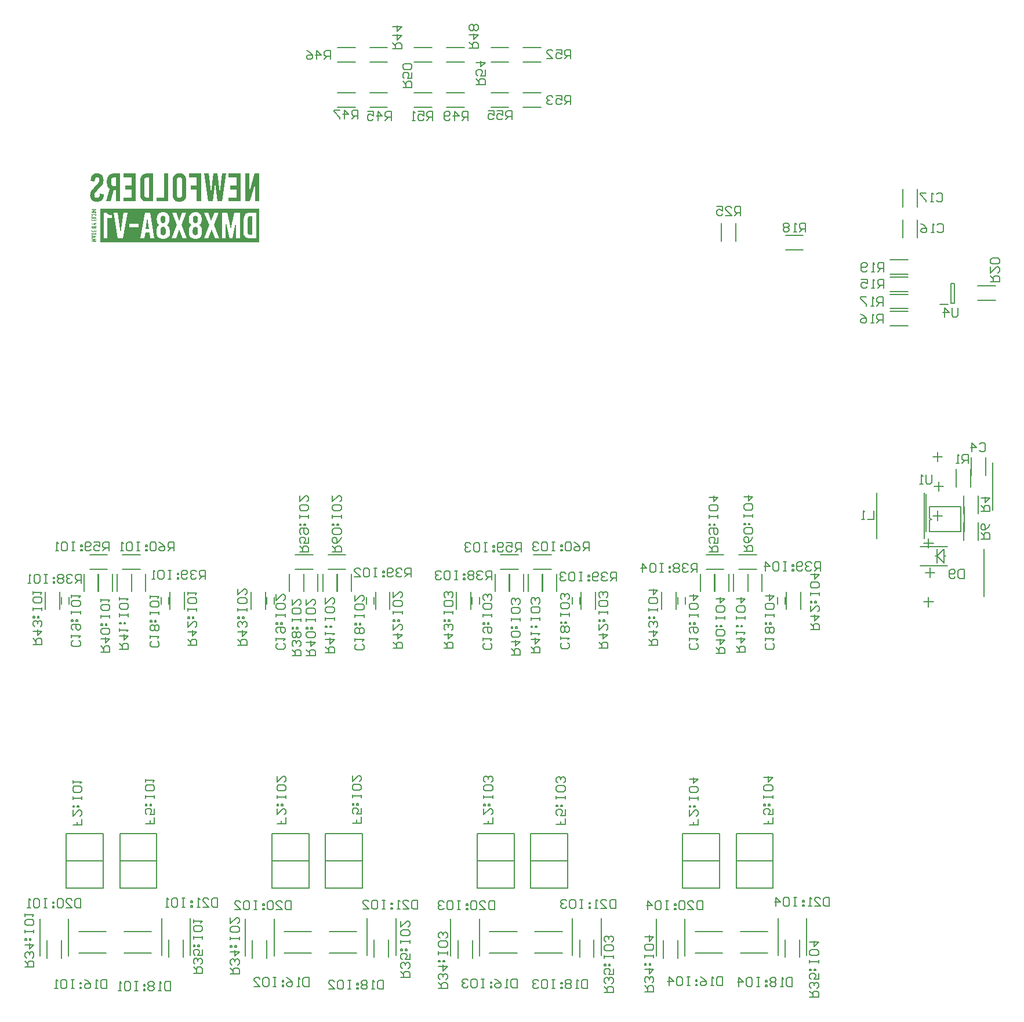
<source format=gbo>
G04*
G04 #@! TF.GenerationSoftware,Altium Limited,Altium Designer,20.1.14 (287)*
G04*
G04 Layer_Color=10275833*
%FSLAX44Y44*%
%MOMM*%
G71*
G04*
G04 #@! TF.SameCoordinates,3D168701-3FA7-4EF5-9C64-F6DF4846A73D*
G04*
G04*
G04 #@! TF.FilePolarity,Positive*
G04*
G01*
G75*
%ADD11C,0.1500*%
%ADD12C,0.2000*%
G36*
X314394Y1329609D02*
X318839D01*
Y1328371D01*
X314348Y1326550D01*
X313421D01*
Y1328578D01*
X312000D01*
Y1329609D01*
X313421D01*
Y1330170D01*
X314394D01*
Y1329609D01*
D02*
G37*
G36*
X318839Y1325049D02*
X318724Y1324981D01*
X318633Y1324901D01*
X318541Y1324809D01*
X318461Y1324717D01*
X318404Y1324637D01*
X318358Y1324568D01*
X318335Y1324523D01*
X318323Y1324511D01*
X318255Y1324362D01*
X318197Y1324202D01*
X318152Y1324041D01*
X318129Y1323892D01*
X318106Y1323766D01*
X318094Y1323652D01*
X318083Y1323583D01*
Y1323560D01*
X317361D01*
Y1324740D01*
X312000D01*
Y1325771D01*
X318839D01*
Y1325049D01*
D02*
G37*
G36*
X314383Y1322976D02*
X314555Y1322953D01*
X314692Y1322919D01*
X314830Y1322861D01*
X314956Y1322804D01*
X315070Y1322735D01*
X315162Y1322667D01*
X315253Y1322587D01*
X315391Y1322438D01*
X315494Y1322312D01*
X315517Y1322254D01*
X315540Y1322220D01*
X315563Y1322197D01*
Y1322186D01*
X315643Y1322312D01*
X315723Y1322415D01*
X315803Y1322518D01*
X315895Y1322587D01*
X315964Y1322644D01*
X316021Y1322690D01*
X316067Y1322713D01*
X316078Y1322724D01*
X316204Y1322793D01*
X316342Y1322839D01*
X316479Y1322873D01*
X316594Y1322896D01*
X316708Y1322907D01*
X316788Y1322919D01*
X316846D01*
X316869D01*
X317315D01*
X317579Y1322896D01*
X317819Y1322850D01*
X318014Y1322781D01*
X318186Y1322713D01*
X318323Y1322632D01*
X318415Y1322564D01*
X318472Y1322518D01*
X318495Y1322495D01*
X318644Y1322323D01*
X318747Y1322128D01*
X318827Y1321934D01*
X318873Y1321750D01*
X318908Y1321579D01*
X318919Y1321441D01*
X318930Y1321384D01*
Y1321315D01*
X318908Y1321051D01*
X318862Y1320811D01*
X318793Y1320605D01*
X318713Y1320444D01*
X318633Y1320307D01*
X318564Y1320215D01*
X318518Y1320158D01*
X318495Y1320135D01*
X318323Y1319998D01*
X318129Y1319895D01*
X317934Y1319814D01*
X317739Y1319769D01*
X317579Y1319734D01*
X317441Y1319723D01*
X317384Y1319711D01*
X317350D01*
X317327D01*
X317315D01*
X317086D01*
Y1320708D01*
X317247D01*
X317373Y1320719D01*
X317476Y1320731D01*
X317579Y1320765D01*
X317659Y1320800D01*
X317728Y1320845D01*
X317785Y1320891D01*
X317865Y1321006D01*
X317922Y1321109D01*
X317945Y1321200D01*
X317957Y1321269D01*
Y1321292D01*
X317945Y1321395D01*
X317934Y1321487D01*
X317911Y1321555D01*
X317877Y1321613D01*
X317842Y1321670D01*
X317819Y1321705D01*
X317808Y1321716D01*
X317796Y1321727D01*
X317739Y1321773D01*
X317659Y1321819D01*
X317510Y1321853D01*
X317441Y1321865D01*
X317384Y1321876D01*
X317350D01*
X317338D01*
X316811D01*
X316662Y1321865D01*
X316548Y1321853D01*
X316445Y1321819D01*
X316364Y1321785D01*
X316296Y1321750D01*
X316250Y1321727D01*
X316227Y1321705D01*
X316216Y1321693D01*
X316158Y1321613D01*
X316112Y1321521D01*
X316078Y1321429D01*
X316055Y1321326D01*
X316044Y1321235D01*
X316032Y1321166D01*
Y1320754D01*
X315047D01*
Y1321166D01*
X315036Y1321315D01*
X315024Y1321429D01*
X314990Y1321533D01*
X314956Y1321624D01*
X314921Y1321682D01*
X314898Y1321727D01*
X314875Y1321750D01*
X314864Y1321762D01*
X314784Y1321819D01*
X314692Y1321865D01*
X314600Y1321899D01*
X314497Y1321922D01*
X314406Y1321934D01*
X314337Y1321945D01*
X314291D01*
X314268D01*
X313558D01*
X313443Y1321934D01*
X313340Y1321922D01*
X313249Y1321888D01*
X313180Y1321865D01*
X313123Y1321830D01*
X313077Y1321796D01*
X313054Y1321785D01*
X313043Y1321773D01*
X312985Y1321705D01*
X312939Y1321636D01*
X312916Y1321555D01*
X312894Y1321487D01*
X312882Y1321418D01*
X312871Y1321361D01*
Y1321315D01*
X312882Y1321200D01*
X312905Y1321109D01*
X312939Y1321017D01*
X312997Y1320948D01*
X313123Y1320834D01*
X313272Y1320754D01*
X313409Y1320708D01*
X313535Y1320685D01*
X313592Y1320674D01*
X313627D01*
X313650D01*
X313661D01*
X313879D01*
X313787Y1319677D01*
X313581D01*
X313306Y1319700D01*
X313054Y1319746D01*
X312848Y1319814D01*
X312664Y1319895D01*
X312527Y1319975D01*
X312424Y1320043D01*
X312367Y1320089D01*
X312344Y1320112D01*
X312195Y1320296D01*
X312092Y1320490D01*
X312012Y1320696D01*
X311966Y1320891D01*
X311931Y1321063D01*
X311920Y1321143D01*
Y1321212D01*
X311908Y1321258D01*
Y1321338D01*
X311931Y1321613D01*
X311977Y1321853D01*
X312046Y1322060D01*
X312126Y1322231D01*
X312206Y1322357D01*
X312275Y1322460D01*
X312321Y1322518D01*
X312344Y1322541D01*
X312527Y1322690D01*
X312722Y1322804D01*
X312928Y1322884D01*
X313134Y1322930D01*
X313306Y1322965D01*
X313386Y1322976D01*
X313455D01*
X313501Y1322988D01*
X313547D01*
X313569D01*
X313581D01*
X314211D01*
X314383Y1322976D01*
D02*
G37*
G36*
X312974Y1317317D02*
X318839D01*
Y1316286D01*
X312000D01*
Y1319173D01*
X312974D01*
Y1317317D01*
D02*
G37*
G36*
X318839Y1312471D02*
X312000D01*
Y1315415D01*
X312974D01*
Y1313502D01*
X314978D01*
Y1315026D01*
X315952D01*
Y1313502D01*
X317854D01*
Y1315415D01*
X318839D01*
Y1312471D01*
D02*
G37*
G36*
Y1308668D02*
X316227Y1307843D01*
X318839Y1307042D01*
Y1305942D01*
X314852Y1307328D01*
X312000D01*
Y1308359D01*
X314852D01*
X318839Y1309745D01*
Y1308668D01*
D02*
G37*
G36*
X314360Y1305369D02*
X314520Y1305346D01*
X314658Y1305312D01*
X314784Y1305277D01*
X314875Y1305243D01*
X314956Y1305209D01*
X315001Y1305186D01*
X315013Y1305174D01*
X315139Y1305094D01*
X315242Y1305002D01*
X315322Y1304899D01*
X315402Y1304808D01*
X315459Y1304728D01*
X315494Y1304659D01*
X315517Y1304613D01*
X315528Y1304590D01*
X315609Y1304716D01*
X315700Y1304819D01*
X315792Y1304911D01*
X315895Y1304991D01*
X316009Y1305060D01*
X316112Y1305117D01*
X316330Y1305197D01*
X316536Y1305255D01*
X316616Y1305266D01*
X316697Y1305277D01*
X316754Y1305289D01*
X316800D01*
X316834D01*
X316846D01*
X317201D01*
X317464Y1305266D01*
X317705Y1305220D01*
X317911Y1305151D01*
X318071Y1305071D01*
X318209Y1304980D01*
X318312Y1304911D01*
X318369Y1304865D01*
X318392Y1304842D01*
X318541Y1304670D01*
X318656Y1304476D01*
X318736Y1304281D01*
X318782Y1304086D01*
X318816Y1303926D01*
X318827Y1303788D01*
X318839Y1303731D01*
Y1302024D01*
X312000D01*
Y1303754D01*
X312023Y1304017D01*
X312069Y1304258D01*
X312138Y1304453D01*
X312218Y1304624D01*
X312298Y1304762D01*
X312367Y1304854D01*
X312412Y1304911D01*
X312435Y1304934D01*
X312619Y1305083D01*
X312813Y1305197D01*
X313008Y1305277D01*
X313203Y1305323D01*
X313363Y1305358D01*
X313501Y1305369D01*
X313558Y1305381D01*
X313592D01*
X313615D01*
X313627D01*
X314188D01*
X314360Y1305369D01*
D02*
G37*
G36*
X318839Y1296251D02*
X312000D01*
Y1299195D01*
X312974D01*
Y1297282D01*
X314978D01*
Y1298805D01*
X315952D01*
Y1297282D01*
X317854D01*
Y1299195D01*
X318839D01*
Y1296251D01*
D02*
G37*
G36*
X317464Y1295185D02*
X317705Y1295139D01*
X317911Y1295071D01*
X318071Y1294991D01*
X318209Y1294899D01*
X318312Y1294830D01*
X318369Y1294784D01*
X318392Y1294761D01*
X318541Y1294590D01*
X318656Y1294395D01*
X318736Y1294200D01*
X318782Y1294017D01*
X318816Y1293845D01*
X318827Y1293719D01*
X318839Y1293662D01*
Y1291966D01*
X312000D01*
Y1293593D01*
X312023Y1293856D01*
X312069Y1294086D01*
X312138Y1294280D01*
X312218Y1294452D01*
X312298Y1294590D01*
X312367Y1294681D01*
X312412Y1294738D01*
X312435Y1294761D01*
X312619Y1294910D01*
X312813Y1295025D01*
X313008Y1295105D01*
X313203Y1295151D01*
X313363Y1295185D01*
X313501Y1295197D01*
X313558Y1295208D01*
X313592D01*
X313615D01*
X313627D01*
X317201D01*
X317464Y1295185D01*
D02*
G37*
G36*
X318839Y1290030D02*
Y1288644D01*
X312000Y1287510D01*
Y1288541D01*
X313512Y1288770D01*
Y1289881D01*
X312000Y1290110D01*
Y1291164D01*
X318839Y1290030D01*
D02*
G37*
G36*
Y1285219D02*
X314463Y1284360D01*
X318839Y1283466D01*
Y1282000D01*
X312000D01*
Y1283020D01*
X316685D01*
X312000Y1283982D01*
Y1284704D01*
X316685Y1285677D01*
X312000D01*
Y1286708D01*
X318839D01*
Y1285219D01*
D02*
G37*
G36*
X557000Y1341000D02*
X550917D01*
Y1367110D01*
X542783Y1341000D01*
X536221D01*
Y1381806D01*
X542304D01*
Y1354397D01*
X550165Y1381806D01*
X557000D01*
Y1341000D01*
D02*
G37*
G36*
X502592D02*
X495826D01*
X492545Y1367862D01*
X489264Y1341000D01*
X482429Y1341000D01*
X476414Y1381806D01*
X482565D01*
X485914Y1354192D01*
X489332Y1381806D01*
X495620D01*
X498970Y1354192D01*
X502387Y1381806D01*
X508607D01*
X502592Y1341000D01*
D02*
G37*
G36*
X529454D02*
X511888D01*
Y1346810D01*
X523303D01*
Y1358771D01*
X514212D01*
Y1364581D01*
X523303D01*
Y1375928D01*
X511888D01*
Y1381806D01*
X529454D01*
Y1341000D01*
D02*
G37*
G36*
X471561Y1341000D02*
X465409D01*
Y1358156D01*
X456660D01*
Y1363966D01*
X465409D01*
Y1375928D01*
X454336D01*
Y1381806D01*
X471561D01*
Y1341000D01*
D02*
G37*
G36*
X423988D02*
X406764D01*
Y1346810D01*
X417837D01*
Y1381806D01*
X423988D01*
Y1341000D01*
D02*
G37*
G36*
X401979D02*
X392273D01*
X390701Y1341137D01*
X389334Y1341410D01*
X388172Y1341820D01*
X387147Y1342299D01*
X386327Y1342777D01*
X385780Y1343187D01*
X385438Y1343461D01*
X385301Y1343597D01*
X384413Y1344691D01*
X383729Y1345853D01*
X383251Y1347015D01*
X382977Y1348177D01*
X382772Y1349134D01*
X382704Y1349954D01*
X382636Y1350296D01*
Y1350501D01*
Y1350638D01*
Y1350706D01*
Y1372032D01*
X382772Y1373604D01*
X383046Y1375039D01*
X383456Y1376269D01*
X383934Y1377226D01*
X384481Y1378047D01*
X384891Y1378662D01*
X385165Y1379003D01*
X385301Y1379140D01*
X386327Y1380029D01*
X387489Y1380712D01*
X388651Y1381191D01*
X389744Y1381464D01*
X390769Y1381669D01*
X391521Y1381738D01*
X391863Y1381806D01*
X401979D01*
Y1341000D01*
D02*
G37*
G36*
X376416D02*
X358849D01*
Y1346810D01*
X370264D01*
Y1358771D01*
X361173D01*
Y1364581D01*
X370264D01*
Y1375928D01*
X358849D01*
Y1381806D01*
X376416D01*
Y1341000D01*
D02*
G37*
G36*
X353655D02*
X347503D01*
Y1357814D01*
X344290D01*
X339779Y1341000D01*
X333354Y1341000D01*
X338549Y1359182D01*
X337797Y1359660D01*
X337182Y1360207D01*
X336635Y1360822D01*
X336225Y1361369D01*
X335883Y1361847D01*
X335610Y1362257D01*
X335473Y1362531D01*
X335405Y1362599D01*
X335063Y1363419D01*
X334790Y1364308D01*
X334585Y1365128D01*
X334448Y1365880D01*
X334380Y1366563D01*
X334311Y1367042D01*
Y1367384D01*
Y1367520D01*
Y1372032D01*
X334448Y1373604D01*
X334721Y1375039D01*
X335131Y1376269D01*
X335610Y1377226D01*
X336157Y1378047D01*
X336567Y1378662D01*
X336840Y1379003D01*
X336977Y1379140D01*
X338002Y1380029D01*
X339164Y1380712D01*
X340326Y1381191D01*
X341420Y1381464D01*
X342445Y1381669D01*
X343197Y1381738D01*
X343539Y1381806D01*
X353655D01*
Y1341000D01*
D02*
G37*
G36*
X441759Y1382216D02*
X443195Y1381942D01*
X444425Y1381464D01*
X445451Y1380986D01*
X446271Y1380507D01*
X446886Y1380029D01*
X447228Y1379755D01*
X447364Y1379619D01*
X448253Y1378525D01*
X448936Y1377363D01*
X449415Y1376201D01*
X449757Y1375039D01*
X449962Y1374082D01*
X450030Y1373262D01*
X450098Y1372920D01*
Y1372715D01*
Y1372578D01*
Y1372510D01*
Y1350228D01*
X449962Y1348655D01*
X449688Y1347220D01*
X449210Y1346058D01*
X448731Y1345033D01*
X448253Y1344213D01*
X447775Y1343597D01*
X447501Y1343256D01*
X447364Y1343119D01*
X446271Y1342230D01*
X445109Y1341547D01*
X443878Y1341137D01*
X442716Y1340795D01*
X441759Y1340590D01*
X440939Y1340522D01*
X440598Y1340453D01*
X440187D01*
X438615Y1340590D01*
X437180Y1340863D01*
X435950Y1341273D01*
X434924Y1341820D01*
X434104Y1342299D01*
X433489Y1342709D01*
X433147Y1342982D01*
X433011Y1343119D01*
X432122Y1344213D01*
X431438Y1345374D01*
X430960Y1346537D01*
X430618Y1347699D01*
X430413Y1348655D01*
X430345Y1349476D01*
X430276Y1349817D01*
Y1350022D01*
Y1350159D01*
Y1350228D01*
Y1372510D01*
X430413Y1374082D01*
X430687Y1375517D01*
X431165Y1376748D01*
X431643Y1377705D01*
X432122Y1378525D01*
X432601Y1379140D01*
X432874Y1379482D01*
X433011Y1379619D01*
X434104Y1380507D01*
X435266Y1381191D01*
X436497Y1381669D01*
X437590Y1382011D01*
X438615Y1382216D01*
X439436Y1382284D01*
X439777Y1382353D01*
X440187D01*
X441759Y1382216D01*
D02*
G37*
G36*
X321529Y1382216D02*
X322896Y1381942D01*
X324058Y1381464D01*
X325015Y1380986D01*
X325836Y1380507D01*
X326382Y1380029D01*
X326724Y1379755D01*
X326861Y1379619D01*
X327681Y1378525D01*
X328296Y1377363D01*
X328706Y1376133D01*
X328980Y1374971D01*
X329185Y1373945D01*
X329253Y1373467D01*
Y1373057D01*
X329322Y1372783D01*
Y1372510D01*
Y1372373D01*
Y1372305D01*
X329253Y1371075D01*
X329048Y1369913D01*
X328775Y1368887D01*
X328501Y1367930D01*
X328228Y1367179D01*
X327954Y1366563D01*
X327749Y1366222D01*
X327681Y1366085D01*
X327339Y1365538D01*
X326929Y1364923D01*
X326041Y1363761D01*
X325015Y1362531D01*
X323922Y1361437D01*
X322965Y1360412D01*
X322213Y1359660D01*
X321871Y1359318D01*
X321666Y1359113D01*
X321529Y1358976D01*
X321461Y1358908D01*
X320299Y1357746D01*
X319342Y1356789D01*
X318590Y1355901D01*
X317975Y1355149D01*
X317497Y1354602D01*
X317155Y1354192D01*
X317018Y1353918D01*
X316950Y1353850D01*
X316540Y1353167D01*
X316266Y1352483D01*
X316061Y1351868D01*
X315925Y1351321D01*
X315856Y1350843D01*
X315788Y1350432D01*
Y1350159D01*
Y1350091D01*
X315856Y1349476D01*
X315925Y1348929D01*
X316130Y1348382D01*
X316335Y1347972D01*
X316540Y1347630D01*
X316677Y1347425D01*
X316813Y1347288D01*
X316882Y1347220D01*
X317292Y1346878D01*
X317770Y1346605D01*
X318249Y1346468D01*
X318727Y1346331D01*
X319137Y1346263D01*
X319479Y1346195D01*
X319752D01*
X320436Y1346263D01*
X320983Y1346400D01*
X321529Y1346605D01*
X321940Y1346878D01*
X322281Y1347083D01*
X322486Y1347288D01*
X322623Y1347425D01*
X322691Y1347493D01*
X323033Y1348040D01*
X323307Y1348587D01*
X323443Y1349202D01*
X323580Y1349749D01*
X323648Y1350227D01*
X323717Y1350638D01*
Y1350911D01*
Y1350979D01*
Y1352483D01*
X329663Y1351868D01*
Y1350432D01*
X329595Y1349339D01*
X329458Y1348382D01*
X329253Y1347493D01*
X329048Y1346741D01*
X328843Y1346126D01*
X328638Y1345648D01*
X328501Y1345374D01*
X328433Y1345238D01*
X327954Y1344418D01*
X327339Y1343734D01*
X326792Y1343119D01*
X326246Y1342640D01*
X325699Y1342230D01*
X325289Y1341957D01*
X325015Y1341752D01*
X324947Y1341684D01*
X324058Y1341273D01*
X323170Y1341000D01*
X322281Y1340727D01*
X321461Y1340590D01*
X320778Y1340522D01*
X320231Y1340453D01*
X319752D01*
X318659Y1340522D01*
X317702Y1340658D01*
X316813Y1340863D01*
X316061Y1341068D01*
X315446Y1341273D01*
X314968Y1341478D01*
X314626Y1341615D01*
X314558Y1341684D01*
X313737Y1342230D01*
X312985Y1342777D01*
X312439Y1343392D01*
X311892Y1343939D01*
X311482Y1344486D01*
X311208Y1344896D01*
X311072Y1345169D01*
X311003Y1345238D01*
X310593Y1346126D01*
X310320Y1347015D01*
X310046Y1347903D01*
X309910Y1348655D01*
X309841Y1349407D01*
X309773Y1349954D01*
Y1350296D01*
Y1350432D01*
X309841Y1351663D01*
X310046Y1352757D01*
X310320Y1353782D01*
X310593Y1354670D01*
X310867Y1355422D01*
X311140Y1355969D01*
X311345Y1356311D01*
X311413Y1356447D01*
X311755Y1356994D01*
X312165Y1357541D01*
X313054Y1358771D01*
X314079Y1360002D01*
X315104Y1361164D01*
X316130Y1362257D01*
X316540Y1362667D01*
X316882Y1363078D01*
X317223Y1363419D01*
X317428Y1363624D01*
X317565Y1363761D01*
X317633Y1363829D01*
X318795Y1364991D01*
X319752Y1366017D01*
X320504Y1366905D01*
X321119Y1367657D01*
X321598Y1368204D01*
X321940Y1368614D01*
X322076Y1368887D01*
X322145Y1368956D01*
X322555Y1369639D01*
X322828Y1370254D01*
X323033Y1370938D01*
X323170Y1371485D01*
X323238Y1371963D01*
X323307Y1372305D01*
Y1372578D01*
Y1372647D01*
X323238Y1373330D01*
X323170Y1373877D01*
X323033Y1374424D01*
X322828Y1374834D01*
X322691Y1375107D01*
X322555Y1375312D01*
X322486Y1375449D01*
X322418Y1375517D01*
X322076Y1375859D01*
X321666Y1376133D01*
X321256Y1376269D01*
X320846Y1376406D01*
X320436Y1376474D01*
X320162Y1376543D01*
X319889D01*
X319342Y1376474D01*
X318795Y1376338D01*
X318385Y1376133D01*
X318043Y1375928D01*
X317770Y1375723D01*
X317565Y1375517D01*
X317497Y1375381D01*
X317428Y1375312D01*
X317155Y1374834D01*
X316882Y1374219D01*
X316677Y1373057D01*
X316608Y1372578D01*
X316540Y1372168D01*
Y1371895D01*
Y1371758D01*
Y1370596D01*
X310593Y1371211D01*
Y1372305D01*
X310730Y1373945D01*
X311003Y1375381D01*
X311413Y1376611D01*
X311824Y1377705D01*
X312302Y1378525D01*
X312712Y1379140D01*
X312985Y1379482D01*
X313122Y1379619D01*
X314147Y1380507D01*
X315241Y1381191D01*
X316335Y1381669D01*
X317428Y1382011D01*
X318454Y1382216D01*
X319205Y1382284D01*
X319547Y1382353D01*
X319957D01*
X321529Y1382216D01*
D02*
G37*
G36*
X557000Y1330402D02*
Y1281492D01*
X324395D01*
Y1330402D01*
X557000D01*
D02*
G37*
%LPC*%
G36*
X317086Y1328578D02*
X314394D01*
Y1327524D01*
X317086Y1328578D01*
D02*
G37*
G36*
X317269Y1304246D02*
X317235D01*
X317224D01*
X316731D01*
X316605Y1304235D01*
X316490Y1304223D01*
X316399Y1304189D01*
X316319Y1304155D01*
X316261Y1304120D01*
X316216Y1304097D01*
X316193Y1304075D01*
X316181Y1304063D01*
X316124Y1303994D01*
X316078Y1303903D01*
X316044Y1303811D01*
X316021Y1303719D01*
X316009Y1303639D01*
X315998Y1303571D01*
Y1303055D01*
X317854D01*
Y1303616D01*
X317842Y1303719D01*
X317831Y1303811D01*
X317796Y1303891D01*
X317773Y1303960D01*
X317739Y1304006D01*
X317705Y1304040D01*
X317693Y1304063D01*
X317682Y1304075D01*
X317613Y1304132D01*
X317544Y1304178D01*
X317464Y1304201D01*
X317395Y1304223D01*
X317327Y1304235D01*
X317269Y1304246D01*
D02*
G37*
G36*
X314348Y1304338D02*
X314303D01*
X314291D01*
X313604D01*
X313501Y1304327D01*
X313409Y1304315D01*
X313329Y1304281D01*
X313260Y1304258D01*
X313203Y1304223D01*
X313169Y1304189D01*
X313146Y1304178D01*
X313134Y1304166D01*
X313077Y1304097D01*
X313043Y1304029D01*
X312997Y1303880D01*
X312985Y1303811D01*
X312974Y1303754D01*
Y1303055D01*
X315024D01*
Y1303605D01*
X315013Y1303742D01*
X315001Y1303846D01*
X314967Y1303949D01*
X314933Y1304017D01*
X314898Y1304086D01*
X314875Y1304120D01*
X314852Y1304143D01*
X314841Y1304155D01*
X314761Y1304212D01*
X314681Y1304258D01*
X314589Y1304292D01*
X314497Y1304315D01*
X314417Y1304327D01*
X314348Y1304338D01*
D02*
G37*
G36*
X317269Y1294177D02*
X317235D01*
X317224D01*
X313604D01*
X313501Y1294166D01*
X313409Y1294154D01*
X313329Y1294120D01*
X313260Y1294097D01*
X313203Y1294063D01*
X313169Y1294028D01*
X313146Y1294017D01*
X313134Y1294005D01*
X313077Y1293937D01*
X313043Y1293868D01*
X312997Y1293707D01*
X312985Y1293639D01*
X312974Y1293582D01*
Y1292997D01*
X317854D01*
Y1293536D01*
X317842Y1293650D01*
X317831Y1293742D01*
X317796Y1293822D01*
X317773Y1293891D01*
X317739Y1293937D01*
X317705Y1293971D01*
X317693Y1293994D01*
X317682Y1294005D01*
X317613Y1294063D01*
X317544Y1294108D01*
X317464Y1294131D01*
X317395Y1294154D01*
X317327Y1294166D01*
X317269Y1294177D01*
D02*
G37*
G36*
X314509Y1289744D02*
Y1288908D01*
X317373Y1289332D01*
X314509Y1289744D01*
D02*
G37*
G36*
X395827Y1375928D02*
X392615D01*
X391931Y1375859D01*
X391385Y1375791D01*
X390906Y1375586D01*
X390496Y1375449D01*
X390223Y1375244D01*
X390018Y1375039D01*
X389881Y1374971D01*
X389813Y1374902D01*
X389471Y1374492D01*
X389197Y1374082D01*
X389061Y1373604D01*
X388924Y1373194D01*
X388856Y1372783D01*
X388787Y1372442D01*
Y1372237D01*
Y1372168D01*
Y1350569D01*
X388856Y1349954D01*
X388924Y1349407D01*
X389129Y1348929D01*
X389266Y1348519D01*
X389471Y1348177D01*
X389676Y1347972D01*
X389744Y1347835D01*
X389813Y1347767D01*
X390223Y1347425D01*
X390633Y1347220D01*
X391590Y1346947D01*
X392000Y1346878D01*
X392341Y1346810D01*
X395827D01*
Y1375928D01*
D02*
G37*
G36*
X347503D02*
X344290D01*
X343607Y1375859D01*
X343060Y1375791D01*
X342582Y1375586D01*
X342172Y1375449D01*
X341898Y1375244D01*
X341693Y1375039D01*
X341556Y1374971D01*
X341488Y1374902D01*
X341146Y1374492D01*
X340873Y1374082D01*
X340736Y1373604D01*
X340600Y1373194D01*
X340531Y1372783D01*
X340463Y1372442D01*
Y1372237D01*
Y1372168D01*
Y1367452D01*
X340531Y1366768D01*
X340600Y1366222D01*
X340804Y1365743D01*
X340941Y1365333D01*
X341146Y1364991D01*
X341351Y1364786D01*
X341420Y1364650D01*
X341488Y1364581D01*
X341898Y1364240D01*
X342308Y1364034D01*
X343265Y1363761D01*
X343675Y1363693D01*
X344017Y1363624D01*
X347503D01*
Y1375928D01*
D02*
G37*
G36*
X440461Y1376543D02*
X440187D01*
X439572Y1376474D01*
X439025Y1376406D01*
X438547Y1376201D01*
X438137Y1375996D01*
X437864Y1375791D01*
X437659Y1375654D01*
X437522Y1375517D01*
X437453Y1375449D01*
X437112Y1375039D01*
X436838Y1374561D01*
X436702Y1374082D01*
X436565Y1373604D01*
X436497Y1373194D01*
X436428Y1372852D01*
Y1372578D01*
Y1372510D01*
Y1350228D01*
X436497Y1349544D01*
X436565Y1348929D01*
X436770Y1348450D01*
X436907Y1348040D01*
X437112Y1347699D01*
X437317Y1347425D01*
X437385Y1347288D01*
X437453Y1347220D01*
X437864Y1346878D01*
X438274Y1346605D01*
X438752Y1346468D01*
X439162Y1346331D01*
X439572Y1346263D01*
X439914Y1346195D01*
X440187D01*
X440803Y1346263D01*
X441349Y1346331D01*
X441828Y1346537D01*
X442170Y1346742D01*
X442511Y1346878D01*
X442716Y1347083D01*
X442853Y1347152D01*
X442921Y1347220D01*
X443263Y1347699D01*
X443468Y1348177D01*
X443742Y1349134D01*
X443810Y1349544D01*
X443878Y1349886D01*
Y1350159D01*
Y1350228D01*
Y1372510D01*
X443810Y1373194D01*
X443742Y1373809D01*
X443605Y1374287D01*
X443400Y1374697D01*
X443195Y1375039D01*
X443058Y1375244D01*
X442990Y1375381D01*
X442921Y1375449D01*
X442511Y1375791D01*
X442033Y1376064D01*
X441623Y1376269D01*
X441144Y1376406D01*
X440803Y1376474D01*
X440461Y1376543D01*
D02*
G37*
G36*
X380238Y1308708D02*
X367225D01*
Y1303123D01*
X380238D01*
Y1308708D01*
D02*
G37*
G36*
X472974Y1325402D02*
X453932D01*
Y1306741D01*
Y1325402D01*
X463009D01*
X462755Y1325339D01*
X462374D01*
X461930Y1325275D01*
X460977Y1325085D01*
X459898Y1324831D01*
X458819Y1324387D01*
X457677Y1323815D01*
X456725Y1322990D01*
X456598Y1322863D01*
X456344Y1322546D01*
X455963Y1322038D01*
X455519Y1321276D01*
X455074Y1320388D01*
X454693Y1319245D01*
X454440Y1317912D01*
X454313Y1316452D01*
Y1313977D01*
Y1313850D01*
Y1313532D01*
X454376Y1313088D01*
X454440Y1312453D01*
X454566Y1311755D01*
X454757Y1311057D01*
X455011Y1310295D01*
X455328Y1309534D01*
X455392Y1309470D01*
X455519Y1309216D01*
X455709Y1308899D01*
X456026Y1308518D01*
X456407Y1308010D01*
X456915Y1307566D01*
X457486Y1307121D01*
X458121Y1306677D01*
X458058Y1306614D01*
X457804Y1306487D01*
X457423Y1306296D01*
X456978Y1305979D01*
X456471Y1305535D01*
X455963Y1305090D01*
X455455Y1304519D01*
X455011Y1303821D01*
X454947Y1303757D01*
X454820Y1303503D01*
X454693Y1303059D01*
X454440Y1302551D01*
X454249Y1301853D01*
X454122Y1301091D01*
X453995Y1300203D01*
X453932Y1299251D01*
Y1299695D01*
Y1295315D01*
X453995Y1295061D01*
Y1294680D01*
X454059Y1294236D01*
X454249Y1293284D01*
X454503Y1292142D01*
X454947Y1290999D01*
X455582Y1289920D01*
X456407Y1288904D01*
X456534Y1288777D01*
X456852Y1288523D01*
X457423Y1288143D01*
X458185Y1287698D01*
X459200Y1287254D01*
X460406Y1286873D01*
X461866Y1286619D01*
X463453Y1286492D01*
X463897D01*
X464215Y1286556D01*
X464595D01*
X465040Y1286619D01*
X466055Y1286810D01*
X467198Y1287063D01*
X468340Y1287508D01*
X469483Y1288079D01*
X470499Y1288904D01*
X470626Y1289031D01*
X470880Y1289349D01*
X471260Y1289920D01*
X471705Y1290681D01*
X472212Y1291697D01*
X472593Y1292840D01*
X472847Y1294236D01*
X472974Y1295759D01*
Y1299695D01*
X472911Y1300203D01*
X472847Y1300838D01*
X472720Y1301536D01*
X472530Y1302297D01*
X472276Y1303059D01*
X471895Y1303821D01*
X471832Y1303884D01*
X471705Y1304138D01*
X471451Y1304456D01*
X471070Y1304900D01*
X470689Y1305344D01*
X470118Y1305852D01*
X469483Y1306296D01*
X468785Y1306677D01*
X468848Y1306741D01*
X469102Y1306868D01*
X469420Y1307121D01*
X469800Y1307439D01*
X470308Y1307820D01*
X470752Y1308327D01*
X471197Y1308899D01*
X471641Y1309534D01*
X471705Y1309597D01*
X471768Y1309851D01*
X471959Y1310295D01*
X472085Y1310803D01*
X472276Y1311438D01*
X472466Y1312199D01*
X472530Y1313088D01*
X472593Y1313977D01*
Y1316452D01*
Y1316516D01*
Y1316643D01*
Y1316833D01*
X472530Y1317151D01*
X472466Y1317912D01*
X472276Y1318864D01*
X472022Y1319880D01*
X471578Y1320959D01*
X471006Y1322038D01*
X470181Y1322990D01*
X470054Y1323117D01*
X469737Y1323371D01*
X469166Y1323752D01*
X468404Y1324196D01*
X467452Y1324641D01*
X466309Y1325021D01*
X464976Y1325275D01*
X463453Y1325402D01*
X472974D01*
D01*
D02*
G37*
G36*
X425812D02*
X406770D01*
X415847D01*
X415593Y1325339D01*
X415212D01*
X414768Y1325275D01*
X413816Y1325085D01*
X412737Y1324831D01*
X411658Y1324387D01*
X410515Y1323815D01*
X409563Y1322990D01*
X409436Y1322863D01*
X409182Y1322546D01*
X408801Y1322038D01*
X408357Y1321276D01*
X407913Y1320388D01*
X407532Y1319245D01*
X407278Y1317912D01*
X407151Y1316452D01*
Y1313977D01*
Y1313850D01*
Y1313532D01*
X407215Y1313088D01*
X407278Y1312453D01*
X407405Y1311755D01*
X407595Y1311057D01*
X407849Y1310295D01*
X408167Y1309534D01*
X408230Y1309470D01*
X408357Y1309216D01*
X408547Y1308899D01*
X408865Y1308518D01*
X409246Y1308010D01*
X409753Y1307566D01*
X410325Y1307121D01*
X410960Y1306677D01*
X410896Y1306614D01*
X410642Y1306487D01*
X410261Y1306296D01*
X409817Y1305979D01*
X409309Y1305535D01*
X408801Y1305090D01*
X408293Y1304519D01*
X407849Y1303821D01*
X407786Y1303757D01*
X407659Y1303503D01*
X407532Y1303059D01*
X407278Y1302551D01*
X407088Y1301853D01*
X406961Y1301091D01*
X406834Y1300203D01*
X406770Y1299251D01*
Y1299949D01*
Y1295315D01*
X406834Y1295061D01*
Y1294680D01*
X406897Y1294236D01*
X407088Y1293284D01*
X407341Y1292142D01*
X407786Y1290999D01*
X408420Y1289920D01*
X409246Y1288904D01*
X409373Y1288777D01*
X409690Y1288523D01*
X410261Y1288143D01*
X411023Y1287698D01*
X412038Y1287254D01*
X413245Y1286873D01*
X414705Y1286619D01*
X416291Y1286492D01*
X416736D01*
X417053Y1286556D01*
X417434D01*
X417878Y1286619D01*
X418894Y1286810D01*
X420036Y1287063D01*
X421179Y1287508D01*
X422321Y1288079D01*
X423337Y1288904D01*
X423464Y1289031D01*
X423718Y1289349D01*
X424099Y1289920D01*
X424543Y1290681D01*
X425051Y1291697D01*
X425432Y1292840D01*
X425686Y1294236D01*
X425812Y1295759D01*
Y1287000D01*
Y1299695D01*
X425749Y1300203D01*
X425686Y1300838D01*
X425559Y1301536D01*
X425368Y1302297D01*
X425114Y1303059D01*
X424733Y1303821D01*
X424670Y1303884D01*
X424543Y1304138D01*
X424289Y1304456D01*
X423908Y1304900D01*
X423527Y1305344D01*
X422956Y1305852D01*
X422321Y1306296D01*
X421623Y1306677D01*
X421687Y1306741D01*
X421941Y1306868D01*
X422258Y1307121D01*
X422639Y1307439D01*
X423147Y1307820D01*
X423591Y1308327D01*
X424035Y1308899D01*
X424479Y1309534D01*
X424543Y1309597D01*
X424607Y1309851D01*
X424797Y1310295D01*
X424924Y1310803D01*
X425114Y1311438D01*
X425305Y1312199D01*
X425368Y1313088D01*
X425432Y1313977D01*
Y1316452D01*
Y1316516D01*
Y1316643D01*
Y1316833D01*
X425368Y1317151D01*
X425305Y1317912D01*
X425114Y1318864D01*
X424860Y1319880D01*
X424416Y1320959D01*
X423845Y1322038D01*
X423020Y1322990D01*
X422893Y1323117D01*
X422575Y1323371D01*
X422004Y1323752D01*
X421242Y1324196D01*
X420290Y1324641D01*
X419148Y1325021D01*
X417815Y1325275D01*
X416291Y1325402D01*
X425812D01*
D01*
D02*
G37*
G36*
X364306Y1324894D02*
X353031D01*
X358466D01*
X354150Y1295061D01*
X349770Y1324894D01*
X344057D01*
X350341Y1287000D01*
X358022D01*
X364306Y1324894D01*
D02*
G37*
G36*
X552000Y1324894D02*
X534037D01*
X542606D01*
X542288Y1324831D01*
X541590Y1324767D01*
X540638Y1324577D01*
X539622Y1324323D01*
X538543Y1323879D01*
X537464Y1323244D01*
X536512Y1322419D01*
X536385Y1322292D01*
X536131Y1321974D01*
X535751Y1321403D01*
X535243Y1320642D01*
X534798Y1319753D01*
X534417Y1318610D01*
X534164Y1317277D01*
X534037Y1315818D01*
Y1287000D01*
Y1295633D01*
X534100Y1295315D01*
X534164Y1294554D01*
X534354Y1293665D01*
X534608Y1292586D01*
X535052Y1291507D01*
X535687Y1290428D01*
X536512Y1289412D01*
X536639Y1289285D01*
X536956Y1289031D01*
X537464Y1288650D01*
X538226Y1288206D01*
X539178Y1287762D01*
X540257Y1287381D01*
X541527Y1287127D01*
X542987Y1287000D01*
X552000D01*
Y1324894D01*
D02*
G37*
G36*
X528260D02*
X502173D01*
Y1287000D01*
X507885D01*
Y1312961D01*
X513280Y1287000D01*
X517279D01*
X522611Y1312961D01*
Y1287000D01*
X528260D01*
Y1324894D01*
D02*
G37*
G36*
X497856D02*
X476211Y1324894D01*
X476529D01*
X483638Y1306296D01*
X476211Y1287000D01*
X482432Y1287000D01*
X487256Y1300203D01*
X491890Y1287000D01*
X497856D01*
X490303Y1306550D01*
X497348Y1324894D01*
X497856D01*
D02*
G37*
G36*
X450695Y1324894D02*
X429050D01*
X429367D01*
X436476Y1306296D01*
X429050Y1287000D01*
X435270D01*
X440094Y1300203D01*
X444728Y1287000D01*
X450695D01*
X443141Y1306550D01*
X450187Y1324894D01*
X450695D01*
D02*
G37*
G36*
X403406D02*
X383158D01*
X389442D01*
X383158Y1287000D01*
X394432D01*
X388997D01*
X390267Y1295379D01*
X396424D01*
X397693Y1287000D01*
X403406D01*
X397122Y1324894D01*
X403406D01*
D02*
G37*
G36*
X341645D02*
X329395Y1324894D01*
Y1287000D01*
X335107Y1287000D01*
Y1316706D01*
X341645D01*
Y1320832D01*
Y1320705D01*
X341518D01*
X341137Y1320768D01*
X340503Y1320832D01*
X339804Y1320959D01*
X338979Y1321086D01*
X338091Y1321340D01*
X337202Y1321657D01*
X336377Y1322038D01*
X336313Y1322101D01*
X336059Y1322228D01*
X335679Y1322482D01*
X335234Y1322800D01*
X334726Y1323244D01*
X334219Y1323752D01*
X333774Y1324260D01*
X333394Y1324894D01*
X341645Y1324894D01*
D02*
G37*
G36*
X472974Y1295442D02*
Y1286492D01*
D01*
Y1295442D01*
D02*
G37*
%LPD*%
G36*
X464024Y1319943D02*
X464405Y1319880D01*
X465230Y1319626D01*
X465611Y1319435D01*
X465992Y1319118D01*
X466055Y1319055D01*
X466119Y1318991D01*
X466246Y1318737D01*
X466436Y1318483D01*
X466627Y1318166D01*
X466754Y1317722D01*
X466817Y1317214D01*
X466881Y1316579D01*
Y1313659D01*
Y1313596D01*
Y1313469D01*
Y1313279D01*
X466817Y1312961D01*
X466690Y1312326D01*
X466436Y1311501D01*
X466055Y1310739D01*
X465421Y1310041D01*
X465040Y1309724D01*
X464595Y1309534D01*
X464024Y1309407D01*
X463453Y1309343D01*
X463326D01*
X462945Y1309407D01*
X462374Y1309597D01*
X461739Y1309914D01*
X461104Y1310422D01*
X460787Y1310739D01*
X460533Y1311184D01*
X460343Y1311692D01*
X460152Y1312263D01*
X460089Y1312898D01*
X460025Y1313659D01*
Y1316579D01*
Y1316643D01*
Y1316833D01*
X460089Y1317151D01*
X460152Y1317531D01*
X460406Y1318356D01*
X460597Y1318801D01*
X460914Y1319118D01*
X460977Y1319182D01*
X461104Y1319245D01*
X461295Y1319372D01*
X461549Y1319563D01*
X461930Y1319753D01*
X462374Y1319880D01*
X462882Y1319943D01*
X463453Y1320007D01*
X463707D01*
X464024Y1319943D01*
D02*
G37*
G36*
X464088Y1303821D02*
X464532Y1303757D01*
X464976Y1303630D01*
X465484Y1303440D01*
X465928Y1303186D01*
X466309Y1302805D01*
X466373Y1302742D01*
X466436Y1302615D01*
X466627Y1302361D01*
X466754Y1302043D01*
X466944Y1301599D01*
X467135Y1301028D01*
X467198Y1300330D01*
X467261Y1299568D01*
Y1295633D01*
Y1295569D01*
Y1295442D01*
Y1295252D01*
X467198Y1295061D01*
X467071Y1294427D01*
X466754Y1293728D01*
X466309Y1293030D01*
X465992Y1292713D01*
X465675Y1292395D01*
X465230Y1292205D01*
X464722Y1292014D01*
X464151Y1291888D01*
X463453Y1291824D01*
X463072D01*
X462882Y1291888D01*
X462247Y1292014D01*
X461549Y1292332D01*
X460850Y1292776D01*
X460533Y1293094D01*
X460216Y1293411D01*
X460025Y1293855D01*
X459835Y1294363D01*
X459708Y1294934D01*
X459645Y1295633D01*
Y1299568D01*
Y1299695D01*
Y1299949D01*
X459708Y1300330D01*
X459771Y1300838D01*
X459898Y1301345D01*
X460025Y1301853D01*
X460279Y1302361D01*
X460597Y1302805D01*
X460660Y1302869D01*
X460787Y1302996D01*
X460977Y1303123D01*
X461295Y1303376D01*
X461739Y1303567D01*
X462183Y1303694D01*
X462755Y1303821D01*
X463453Y1303884D01*
X463770D01*
X464088Y1303821D01*
D02*
G37*
G36*
X416863Y1319943D02*
X417243Y1319880D01*
X418069Y1319626D01*
X418450Y1319435D01*
X418830Y1319118D01*
X418894Y1319055D01*
X418957Y1318991D01*
X419084Y1318737D01*
X419275Y1318483D01*
X419465Y1318166D01*
X419592Y1317722D01*
X419655Y1317214D01*
X419719Y1316579D01*
Y1313659D01*
Y1313596D01*
Y1313469D01*
Y1313279D01*
X419655Y1312961D01*
X419529Y1312326D01*
X419275Y1311501D01*
X418894Y1310739D01*
X418259Y1310041D01*
X417878Y1309724D01*
X417434Y1309534D01*
X416863Y1309407D01*
X416291Y1309343D01*
X416164D01*
X415784Y1309407D01*
X415212Y1309597D01*
X414577Y1309914D01*
X413943Y1310422D01*
X413625Y1310739D01*
X413372Y1311184D01*
X413181Y1311692D01*
X412991Y1312263D01*
X412927Y1312898D01*
X412864Y1313659D01*
Y1316579D01*
Y1316643D01*
Y1316833D01*
X412927Y1317151D01*
X412991Y1317531D01*
X413245Y1318356D01*
X413435Y1318801D01*
X413752Y1319118D01*
X413816Y1319182D01*
X413943Y1319245D01*
X414133Y1319372D01*
X414387Y1319563D01*
X414768Y1319753D01*
X415212Y1319880D01*
X415720Y1319943D01*
X416291Y1320007D01*
X416545D01*
X416863Y1319943D01*
D02*
G37*
G36*
X416926Y1303821D02*
X417370Y1303757D01*
X417815Y1303630D01*
X418322Y1303440D01*
X418767Y1303186D01*
X419148Y1302805D01*
X419211Y1302742D01*
X419275Y1302615D01*
X419465Y1302361D01*
X419592Y1302043D01*
X419782Y1301599D01*
X419973Y1301028D01*
X420036Y1300330D01*
X420100Y1299568D01*
Y1295633D01*
Y1295569D01*
Y1295442D01*
Y1295252D01*
X420036Y1295061D01*
X419909Y1294427D01*
X419592Y1293728D01*
X419148Y1293030D01*
X418830Y1292713D01*
X418513Y1292395D01*
X418069Y1292205D01*
X417561Y1292014D01*
X416990Y1291888D01*
X416291Y1291824D01*
X415910D01*
X415720Y1291888D01*
X415085Y1292014D01*
X414387Y1292332D01*
X413689Y1292776D01*
X413372Y1293094D01*
X413054Y1293411D01*
X412864Y1293855D01*
X412673Y1294363D01*
X412546Y1294934D01*
X412483Y1295633D01*
Y1299568D01*
Y1299695D01*
Y1299949D01*
X412546Y1300330D01*
X412610Y1300838D01*
X412737Y1301345D01*
X412864Y1301853D01*
X413118Y1302361D01*
X413435Y1302805D01*
X413498Y1302869D01*
X413625Y1302996D01*
X413816Y1303123D01*
X414133Y1303376D01*
X414577Y1303567D01*
X415022Y1303694D01*
X415593Y1303821D01*
X416291Y1303884D01*
X416609D01*
X416926Y1303821D01*
D02*
G37*
G36*
X546287Y1292395D02*
X543050D01*
X542733Y1292459D01*
X542352Y1292522D01*
X541463Y1292776D01*
X541082Y1292967D01*
X540701Y1293284D01*
X540638Y1293347D01*
X540575Y1293474D01*
X540384Y1293665D01*
X540194Y1293982D01*
X540067Y1294363D01*
X539876Y1294807D01*
X539813Y1295315D01*
X539749Y1295887D01*
Y1315945D01*
Y1316008D01*
Y1316198D01*
X539813Y1316516D01*
X539876Y1316897D01*
X540003Y1317277D01*
X540130Y1317722D01*
X540384Y1318103D01*
X540701Y1318483D01*
X540765Y1318547D01*
X540892Y1318610D01*
X541082Y1318801D01*
X541336Y1318991D01*
X541717Y1319118D01*
X542161Y1319309D01*
X542669Y1319372D01*
X543304Y1319436D01*
X546287D01*
Y1292395D01*
D02*
G37*
G36*
X515185Y1300647D02*
X510424Y1324894D01*
X520136D01*
X515185Y1300647D01*
D02*
G37*
G36*
X486685Y1312771D02*
X482432Y1324894D01*
X491191D01*
X486685Y1312771D01*
D02*
G37*
G36*
X439523Y1312771D02*
X435270Y1324894D01*
X444030D01*
X439523Y1312771D01*
D02*
G37*
G36*
X395662Y1300901D02*
X391028D01*
X393313Y1316770D01*
X395662Y1300901D01*
D02*
G37*
D11*
X1496500Y1333000D02*
Y1359000D01*
X1517500Y1333000D02*
Y1359000D01*
Y1288500D02*
Y1314500D01*
X1496500Y1288500D02*
Y1314500D01*
X1535350Y859000D02*
X1581350D01*
X1535350Y895000D02*
X1581350D01*
X1535350Y875460D02*
X1538430Y877000D01*
X1535350Y878540D02*
X1538430Y877000D01*
X1535350Y859000D02*
Y875460D01*
Y878540D02*
Y895000D01*
X1581350Y859000D02*
Y895000D01*
X1614757Y764338D02*
Y833655D01*
X1534000Y749000D02*
Y763000D01*
X1527000Y756000D02*
X1541000D01*
X1534000Y835000D02*
Y849000D01*
X1527000Y842000D02*
X1541000D01*
X1536000Y792000D02*
Y806000D01*
X1529000Y799000D02*
X1543000D01*
X1542000Y925000D02*
X1556000D01*
X1549000Y918000D02*
Y932000D01*
X1540000Y968000D02*
X1554000D01*
X1547000Y961000D02*
Y975000D01*
X1540000Y882000D02*
X1554000D01*
X1547000Y875000D02*
Y889000D01*
X1627757Y890338D02*
Y959655D01*
X1596500Y941000D02*
Y967000D01*
X1617500Y941000D02*
Y967000D01*
X1522000Y809000D02*
X1562000D01*
X1522000Y837000D02*
X1562000D01*
X1556500Y813000D02*
Y833000D01*
X1546500Y823000D02*
X1556500Y813000D01*
X1546500Y823000D02*
X1556500Y833000D01*
X1546500Y813000D02*
Y833000D01*
X1556500Y823000D02*
X1559000D01*
X1544000D02*
X1546500D01*
X1527500Y848500D02*
Y915500D01*
X1458500Y848500D02*
Y915500D01*
X1585500Y885000D02*
Y911000D01*
X1606500Y885000D02*
Y911000D01*
X1574500Y924000D02*
Y950000D01*
X1595500Y924000D02*
Y950000D01*
X1606500Y846000D02*
Y872000D01*
X1585500Y846000D02*
Y872000D01*
X413500Y753000D02*
Y763000D01*
X424500Y753000D02*
Y763000D01*
X713500Y753000D02*
Y763000D01*
X724500Y753000D02*
Y763000D01*
X1013500Y753000D02*
Y763000D01*
X1024500Y753000D02*
Y763000D01*
X1313500Y753000D02*
Y763000D01*
X1324500Y753000D02*
Y763000D01*
X267500Y753000D02*
Y763000D01*
X278500Y753000D02*
Y763000D01*
X567500Y753000D02*
Y763000D01*
X578500Y753000D02*
Y763000D01*
X867500Y753000D02*
Y763000D01*
X878500Y753000D02*
Y763000D01*
X1167500Y753000D02*
Y763000D01*
X1178500Y753000D02*
Y763000D01*
X275000Y378000D02*
X329000D01*
X275000Y338000D02*
Y418000D01*
X329000Y338000D02*
Y418000D01*
X275000Y338000D02*
X329000D01*
X275000Y418000D02*
X329000D01*
X575000Y378000D02*
X629000D01*
X575000Y338000D02*
Y418000D01*
X629000Y338000D02*
Y418000D01*
X575000Y338000D02*
X629000D01*
X575000Y418000D02*
X629000D01*
X875000D02*
X929000D01*
X875000Y338000D02*
X929000D01*
Y418000D01*
X875000Y338000D02*
Y418000D01*
Y378000D02*
X929000D01*
X1175000D02*
X1229000D01*
X1175000Y338000D02*
Y418000D01*
X1229000Y338000D02*
Y418000D01*
X1175000Y338000D02*
X1229000D01*
X1175000Y418000D02*
X1229000D01*
X353000Y378000D02*
X407000D01*
X353000Y338000D02*
Y418000D01*
X407000Y338000D02*
Y418000D01*
X353000Y338000D02*
X407000D01*
X353000Y418000D02*
X407000D01*
X653000Y378000D02*
X707000D01*
X653000Y338000D02*
Y418000D01*
X707000Y338000D02*
Y418000D01*
X653000Y338000D02*
X707000D01*
X653000Y418000D02*
X707000D01*
X953000D02*
X1007000D01*
X953000Y338000D02*
X1007000D01*
Y418000D01*
X953000Y338000D02*
Y418000D01*
Y378000D02*
X1007000D01*
X1253000D02*
X1307000D01*
X1253000Y338000D02*
Y418000D01*
X1307000Y338000D02*
Y418000D01*
X1253000Y338000D02*
X1307000D01*
X1253000Y418000D02*
X1307000D01*
X1478000Y1209500D02*
X1504000D01*
X1478000Y1230500D02*
X1504000D01*
X1478000Y1159500D02*
X1504000D01*
X1478000Y1180500D02*
X1504000D01*
X1478000Y1184500D02*
X1504000D01*
X1478000Y1205500D02*
X1504000D01*
X1325000Y1270500D02*
X1351000D01*
X1325000Y1291500D02*
X1351000D01*
X1478000Y1234500D02*
X1504000D01*
X1478000Y1255500D02*
X1504000D01*
X1606000Y1196500D02*
X1632000D01*
X1606000Y1217500D02*
X1632000D01*
X1231414Y1283400D02*
Y1309400D01*
X1252414Y1283400D02*
Y1309400D01*
X267751Y236000D02*
Y262000D01*
X246751Y236000D02*
Y262000D01*
X546751Y236000D02*
Y262000D01*
X567751Y236000D02*
Y262000D01*
X846751Y236000D02*
Y262000D01*
X867751Y236000D02*
Y262000D01*
X1146751Y236000D02*
Y262000D01*
X1167751Y236000D02*
Y262000D01*
X445500Y237000D02*
Y263000D01*
X424500Y237000D02*
Y263000D01*
X724500Y237000D02*
Y263000D01*
X745500Y237000D02*
Y263000D01*
X1024500Y237000D02*
Y263000D01*
X1045500Y237000D02*
Y263000D01*
X1324500Y237000D02*
Y263000D01*
X1345500Y237000D02*
Y263000D01*
X301001Y771401D02*
Y797401D01*
X322001Y771401D02*
Y797401D01*
X601001Y771401D02*
Y797401D01*
X622001Y771401D02*
Y797401D01*
X901001Y771401D02*
Y797401D01*
X922001Y771401D02*
Y797401D01*
X1201001Y771401D02*
Y797401D01*
X1222001Y771401D02*
Y797401D01*
X370001Y771401D02*
Y797401D01*
X391001Y771401D02*
Y797401D01*
X670001Y771401D02*
Y797401D01*
X691001Y771401D02*
Y797401D01*
X970001Y771401D02*
Y797401D01*
X991001Y771401D02*
Y797401D01*
X1270001Y771401D02*
Y797401D01*
X1291001Y771401D02*
Y797401D01*
X321500Y771401D02*
Y797401D01*
X342500Y771401D02*
Y797401D01*
X621500Y771401D02*
Y797401D01*
X642500Y771401D02*
Y797401D01*
X921500Y771401D02*
Y797401D01*
X942500Y771401D02*
Y797401D01*
X1221500Y771401D02*
Y797401D01*
X1242500Y771401D02*
Y797401D01*
X349500Y771401D02*
Y797401D01*
X370500Y771401D02*
Y797401D01*
X649500Y771401D02*
Y797401D01*
X670500Y771401D02*
Y797401D01*
X949500Y771401D02*
Y797401D01*
X970500Y771401D02*
Y797401D01*
X1249500Y771401D02*
Y797401D01*
X1270500Y771401D02*
Y797401D01*
X447500Y745000D02*
Y771000D01*
X426500Y745000D02*
Y771000D01*
X747500Y745000D02*
Y771000D01*
X726500Y745000D02*
Y771000D01*
X1047500Y745000D02*
Y771000D01*
X1026500Y745000D02*
Y771000D01*
X1347500Y745000D02*
Y771000D01*
X1326500Y745000D02*
Y771000D01*
X265500Y745000D02*
Y771000D01*
X244500Y745000D02*
Y771000D01*
X565500Y745000D02*
Y771000D01*
X544500Y745000D02*
Y771000D01*
X865500Y745000D02*
Y771000D01*
X844500Y745000D02*
Y771000D01*
X1165500Y745000D02*
Y771000D01*
X1144500Y745000D02*
Y771000D01*
X718000Y1565500D02*
X744000D01*
X718000Y1544500D02*
X744000D01*
X718000Y1499500D02*
X744000D01*
X718000Y1478500D02*
X744000D01*
X671000Y1544500D02*
X697000D01*
X671000Y1565500D02*
X697000D01*
X671000Y1478500D02*
X697000D01*
X671000Y1499500D02*
X697000D01*
X830000Y1565500D02*
X856000D01*
X830000Y1544500D02*
X856000D01*
X830000Y1499500D02*
X856000D01*
X830000Y1478500D02*
X856000D01*
X783000Y1544500D02*
X809000D01*
X783000Y1565500D02*
X809000D01*
X783000Y1478500D02*
X809000D01*
X783000Y1499500D02*
X809000D01*
X941800Y1565500D02*
X967800D01*
X941800Y1544500D02*
X967800D01*
X941800Y1499500D02*
X967800D01*
X941800Y1478500D02*
X967800D01*
X895000Y1544500D02*
X921000D01*
X895000Y1565500D02*
X921000D01*
X895000Y1478500D02*
X921000D01*
X895000Y1499500D02*
X921000D01*
X236251Y239000D02*
Y293000D01*
X278251Y239000D02*
Y293000D01*
X578251Y239000D02*
Y293000D01*
X536251Y239000D02*
Y293000D01*
X878251Y239000D02*
Y293000D01*
X836251Y239000D02*
Y293000D01*
X1178251Y239000D02*
Y293000D01*
X1136251Y239000D02*
Y293000D01*
X414000Y240000D02*
Y294000D01*
X456000Y240000D02*
Y294000D01*
X756000Y240000D02*
Y294000D01*
X714000Y240000D02*
Y294000D01*
X1056000Y240000D02*
Y294000D01*
X1014000Y240000D02*
Y294000D01*
X1356000Y240000D02*
Y294000D01*
X1314000Y240000D02*
Y294000D01*
X309000Y824901D02*
X335000D01*
X309000Y803901D02*
X335000D01*
X609000Y824901D02*
X635000D01*
X609000Y803901D02*
X635000D01*
X909000Y824901D02*
X935000D01*
X909000Y803901D02*
X935000D01*
X1209000Y824901D02*
X1235000D01*
X1209000Y803901D02*
X1235000D01*
X357000Y803901D02*
X383000D01*
X357000Y824901D02*
X383000D01*
X657000Y803901D02*
X683000D01*
X657000Y824901D02*
X683000D01*
X957000Y803901D02*
X983000D01*
X957000Y824901D02*
X983000D01*
X1257000Y803901D02*
X1283000D01*
X1257000Y824901D02*
X1283000D01*
X1545581Y1351332D02*
X1547747Y1353498D01*
X1552079D01*
X1554245Y1351332D01*
Y1342668D01*
X1552079Y1340502D01*
X1547747D01*
X1545581Y1342668D01*
X1541249Y1340502D02*
X1536917D01*
X1539083D01*
Y1353498D01*
X1541249Y1351332D01*
X1530419Y1353498D02*
X1521755D01*
Y1351332D01*
X1530419Y1342668D01*
Y1340502D01*
X1546581Y1306332D02*
X1548747Y1308498D01*
X1553079D01*
X1555245Y1306332D01*
Y1297668D01*
X1553079Y1295502D01*
X1548747D01*
X1546581Y1297668D01*
X1542249Y1295502D02*
X1537917D01*
X1540083D01*
Y1308498D01*
X1542249Y1306332D01*
X1522755Y1308498D02*
X1527087Y1306332D01*
X1531419Y1302000D01*
Y1297668D01*
X1529253Y1295502D01*
X1524921D01*
X1522755Y1297668D01*
Y1299834D01*
X1524921Y1302000D01*
X1531419D01*
X1576830Y1185498D02*
Y1174668D01*
X1574664Y1172502D01*
X1570332D01*
X1568166Y1174668D01*
Y1185498D01*
X1557336Y1172502D02*
Y1185498D01*
X1563834Y1179000D01*
X1555170D01*
X1538664Y941498D02*
Y930668D01*
X1536498Y928502D01*
X1532166D01*
X1530000Y930668D01*
Y941498D01*
X1525668Y928502D02*
X1521336D01*
X1523502D01*
Y941498D01*
X1525668Y939332D01*
X1608166Y986332D02*
X1610332Y988498D01*
X1614664D01*
X1616830Y986332D01*
Y977668D01*
X1614664Y975502D01*
X1610332D01*
X1608166Y977668D01*
X1597336Y975502D02*
Y988498D01*
X1603834Y982000D01*
X1595170D01*
X1585830Y803498D02*
Y790502D01*
X1579332D01*
X1577166Y792668D01*
Y801332D01*
X1579332Y803498D01*
X1585830D01*
X1572834Y792668D02*
X1570668Y790502D01*
X1566336D01*
X1564170Y792668D01*
Y801332D01*
X1566336Y803498D01*
X1570668D01*
X1572834Y801332D01*
Y799166D01*
X1570668Y797000D01*
X1564170D01*
X1453664Y889498D02*
Y876502D01*
X1445000D01*
X1440668D02*
X1436336D01*
X1438502D01*
Y889498D01*
X1440668Y887332D01*
X1610502Y888170D02*
X1623498D01*
Y894668D01*
X1621332Y896834D01*
X1617000D01*
X1614834Y894668D01*
Y888170D01*
Y892502D02*
X1610502Y896834D01*
Y907664D02*
X1623498D01*
X1617000Y901166D01*
Y909830D01*
X1591664Y958502D02*
Y971498D01*
X1585166D01*
X1583000Y969332D01*
Y965000D01*
X1585166Y962834D01*
X1591664D01*
X1587332D02*
X1583000Y958502D01*
X1578668D02*
X1574336D01*
X1576502D01*
Y971498D01*
X1578668Y969332D01*
X1610502Y848170D02*
X1623498D01*
Y854668D01*
X1621332Y856834D01*
X1617000D01*
X1614834Y854668D01*
Y848170D01*
Y852502D02*
X1610502Y856834D01*
X1623498Y869830D02*
X1621332Y865498D01*
X1617000Y861166D01*
X1612668D01*
X1610502Y863332D01*
Y867664D01*
X1612668Y869830D01*
X1614834D01*
X1617000Y867664D01*
Y861166D01*
X408332Y698760D02*
X410498Y696593D01*
Y692262D01*
X408332Y690096D01*
X399668D01*
X397502Y692262D01*
Y696593D01*
X399668Y698760D01*
X397502Y703091D02*
Y707423D01*
Y705257D01*
X410498D01*
X408332Y703091D01*
Y713921D02*
X410498Y716087D01*
Y720419D01*
X408332Y722585D01*
X406166D01*
X404000Y720419D01*
X401834Y722585D01*
X399668D01*
X397502Y720419D01*
Y716087D01*
X399668Y713921D01*
X401834D01*
X404000Y716087D01*
X406166Y713921D01*
X408332D01*
X404000Y716087D02*
Y720419D01*
X406166Y726917D02*
Y729083D01*
X404000D01*
Y726917D01*
X406166D01*
X399668D02*
Y729083D01*
X397502D01*
Y726917D01*
X399668D01*
X410498Y737747D02*
Y742079D01*
Y739913D01*
X397502D01*
Y737747D01*
Y742079D01*
X410498Y755075D02*
Y750743D01*
X408332Y748577D01*
X399668D01*
X397502Y750743D01*
Y755075D01*
X399668Y757241D01*
X408332D01*
X410498Y755075D01*
X397502Y761572D02*
Y765904D01*
Y763738D01*
X410498D01*
X408332Y761572D01*
X707332Y694594D02*
X709498Y692428D01*
Y688096D01*
X707332Y685930D01*
X698668D01*
X696502Y688096D01*
Y692428D01*
X698668Y694594D01*
X696502Y698925D02*
Y703257D01*
Y701091D01*
X709498D01*
X707332Y698925D01*
Y709755D02*
X709498Y711921D01*
Y716253D01*
X707332Y718419D01*
X705166D01*
X703000Y716253D01*
X700834Y718419D01*
X698668D01*
X696502Y716253D01*
Y711921D01*
X698668Y709755D01*
X700834D01*
X703000Y711921D01*
X705166Y709755D01*
X707332D01*
X703000Y711921D02*
Y716253D01*
X705166Y722751D02*
Y724917D01*
X703000D01*
Y722751D01*
X705166D01*
X698668D02*
Y724917D01*
X696502D01*
Y722751D01*
X698668D01*
X709498Y733581D02*
Y737913D01*
Y735747D01*
X696502D01*
Y733581D01*
Y737913D01*
X709498Y750909D02*
Y746577D01*
X707332Y744411D01*
X698668D01*
X696502Y746577D01*
Y750909D01*
X698668Y753075D01*
X707332D01*
X709498Y750909D01*
X696502Y766070D02*
Y757406D01*
X705166Y766070D01*
X707332D01*
X709498Y763904D01*
Y759573D01*
X707332Y757406D01*
X1007332Y696593D02*
X1009498Y694427D01*
Y690096D01*
X1007332Y687930D01*
X998668D01*
X996502Y690096D01*
Y694427D01*
X998668Y696593D01*
X996502Y700925D02*
Y705257D01*
Y703091D01*
X1009498D01*
X1007332Y700925D01*
Y711755D02*
X1009498Y713921D01*
Y718253D01*
X1007332Y720419D01*
X1005166D01*
X1003000Y718253D01*
X1000834Y720419D01*
X998668D01*
X996502Y718253D01*
Y713921D01*
X998668Y711755D01*
X1000834D01*
X1003000Y713921D01*
X1005166Y711755D01*
X1007332D01*
X1003000Y713921D02*
Y718253D01*
X1005166Y724751D02*
Y726917D01*
X1003000D01*
Y724751D01*
X1005166D01*
X998668D02*
Y726917D01*
X996502D01*
Y724751D01*
X998668D01*
X1009498Y735581D02*
Y739913D01*
Y737747D01*
X996502D01*
Y735581D01*
Y739913D01*
X1009498Y752909D02*
Y748577D01*
X1007332Y746411D01*
X998668D01*
X996502Y748577D01*
Y752909D01*
X998668Y755075D01*
X1007332D01*
X1009498Y752909D01*
X1007332Y759407D02*
X1009498Y761572D01*
Y765904D01*
X1007332Y768070D01*
X1005166D01*
X1003000Y765904D01*
Y763738D01*
Y765904D01*
X1000834Y768070D01*
X998668D01*
X996502Y765904D01*
Y761572D01*
X998668Y759407D01*
X1306332Y695593D02*
X1308498Y693428D01*
Y689096D01*
X1306332Y686930D01*
X1297668D01*
X1295502Y689096D01*
Y693428D01*
X1297668Y695593D01*
X1295502Y699925D02*
Y704257D01*
Y702091D01*
X1308498D01*
X1306332Y699925D01*
Y710755D02*
X1308498Y712921D01*
Y717253D01*
X1306332Y719419D01*
X1304166D01*
X1302000Y717253D01*
X1299834Y719419D01*
X1297668D01*
X1295502Y717253D01*
Y712921D01*
X1297668Y710755D01*
X1299834D01*
X1302000Y712921D01*
X1304166Y710755D01*
X1306332D01*
X1302000Y712921D02*
Y717253D01*
X1304166Y723751D02*
Y725917D01*
X1302000D01*
Y723751D01*
X1304166D01*
X1297668D02*
Y725917D01*
X1295502D01*
Y723751D01*
X1297668D01*
X1308498Y734581D02*
Y738913D01*
Y736747D01*
X1295502D01*
Y734581D01*
Y738913D01*
X1308498Y751909D02*
Y747577D01*
X1306332Y745411D01*
X1297668D01*
X1295502Y747577D01*
Y751909D01*
X1297668Y754075D01*
X1306332D01*
X1308498Y751909D01*
X1295502Y764904D02*
X1308498D01*
X1302000Y758407D01*
Y767070D01*
X293332Y699760D02*
X295498Y697594D01*
Y693262D01*
X293332Y691096D01*
X284668D01*
X282502Y693262D01*
Y697594D01*
X284668Y699760D01*
X282502Y704091D02*
Y708423D01*
Y706257D01*
X295498D01*
X293332Y704091D01*
X284668Y714921D02*
X282502Y717087D01*
Y721419D01*
X284668Y723585D01*
X293332D01*
X295498Y721419D01*
Y717087D01*
X293332Y714921D01*
X291166D01*
X289000Y717087D01*
Y723585D01*
X291166Y727917D02*
Y730083D01*
X289000D01*
Y727917D01*
X291166D01*
X284668D02*
Y730083D01*
X282502D01*
Y727917D01*
X284668D01*
X295498Y738747D02*
Y743079D01*
Y740913D01*
X282502D01*
Y738747D01*
Y743079D01*
X295498Y756075D02*
Y751743D01*
X293332Y749577D01*
X284668D01*
X282502Y751743D01*
Y756075D01*
X284668Y758241D01*
X293332D01*
X295498Y756075D01*
X282502Y762572D02*
Y766904D01*
Y764738D01*
X295498D01*
X293332Y762572D01*
X592332Y695593D02*
X594498Y693428D01*
Y689096D01*
X592332Y686930D01*
X583668D01*
X581502Y689096D01*
Y693428D01*
X583668Y695593D01*
X581502Y699925D02*
Y704257D01*
Y702091D01*
X594498D01*
X592332Y699925D01*
X583668Y710755D02*
X581502Y712921D01*
Y717253D01*
X583668Y719419D01*
X592332D01*
X594498Y717253D01*
Y712921D01*
X592332Y710755D01*
X590166D01*
X588000Y712921D01*
Y719419D01*
X590166Y723751D02*
Y725917D01*
X588000D01*
Y723751D01*
X590166D01*
X583668D02*
Y725917D01*
X581502D01*
Y723751D01*
X583668D01*
X594498Y734581D02*
Y738913D01*
Y736747D01*
X581502D01*
Y734581D01*
Y738913D01*
X594498Y751909D02*
Y747577D01*
X592332Y745411D01*
X583668D01*
X581502Y747577D01*
Y751909D01*
X583668Y754075D01*
X592332D01*
X594498Y751909D01*
X581502Y767070D02*
Y758407D01*
X590166Y767070D01*
X592332D01*
X594498Y764904D01*
Y760573D01*
X592332Y758407D01*
X894332Y695593D02*
X896498Y693428D01*
Y689096D01*
X894332Y686930D01*
X885668D01*
X883502Y689096D01*
Y693428D01*
X885668Y695593D01*
X883502Y699925D02*
Y704257D01*
Y702091D01*
X896498D01*
X894332Y699925D01*
X885668Y710755D02*
X883502Y712921D01*
Y717253D01*
X885668Y719419D01*
X894332D01*
X896498Y717253D01*
Y712921D01*
X894332Y710755D01*
X892166D01*
X890000Y712921D01*
Y719419D01*
X892166Y723751D02*
Y725917D01*
X890000D01*
Y723751D01*
X892166D01*
X885668D02*
Y725917D01*
X883502D01*
Y723751D01*
X885668D01*
X896498Y734581D02*
Y738913D01*
Y736747D01*
X883502D01*
Y734581D01*
Y738913D01*
X896498Y751909D02*
Y747577D01*
X894332Y745411D01*
X885668D01*
X883502Y747577D01*
Y751909D01*
X885668Y754075D01*
X894332D01*
X896498Y751909D01*
X894332Y758407D02*
X896498Y760573D01*
Y764904D01*
X894332Y767070D01*
X892166D01*
X890000Y764904D01*
Y762738D01*
Y764904D01*
X887834Y767070D01*
X885668D01*
X883502Y764904D01*
Y760573D01*
X885668Y758407D01*
X1195332Y695593D02*
X1197498Y693428D01*
Y689096D01*
X1195332Y686930D01*
X1186668D01*
X1184502Y689096D01*
Y693428D01*
X1186668Y695593D01*
X1184502Y699925D02*
Y704257D01*
Y702091D01*
X1197498D01*
X1195332Y699925D01*
X1186668Y710755D02*
X1184502Y712921D01*
Y717253D01*
X1186668Y719419D01*
X1195332D01*
X1197498Y717253D01*
Y712921D01*
X1195332Y710755D01*
X1193166D01*
X1191000Y712921D01*
Y719419D01*
X1193166Y723751D02*
Y725917D01*
X1191000D01*
Y723751D01*
X1193166D01*
X1186668D02*
Y725917D01*
X1184502D01*
Y723751D01*
X1186668D01*
X1197498Y734581D02*
Y738913D01*
Y736747D01*
X1184502D01*
Y734581D01*
Y738913D01*
X1197498Y751909D02*
Y747577D01*
X1195332Y745411D01*
X1186668D01*
X1184502Y747577D01*
Y751909D01*
X1186668Y754075D01*
X1195332D01*
X1197498Y751909D01*
X1184502Y764904D02*
X1197498D01*
X1191000Y758407D01*
Y767070D01*
X333904Y204498D02*
Y191502D01*
X327407D01*
X325241Y193668D01*
Y202332D01*
X327407Y204498D01*
X333904D01*
X320909Y191502D02*
X316577D01*
X318743D01*
Y204498D01*
X320909Y202332D01*
X301415Y204498D02*
X305747Y202332D01*
X310079Y198000D01*
Y193668D01*
X307913Y191502D01*
X303581D01*
X301415Y193668D01*
Y195834D01*
X303581Y198000D01*
X310079D01*
X297083Y200166D02*
X294917D01*
Y198000D01*
X297083D01*
Y200166D01*
Y193668D02*
X294917D01*
Y191502D01*
X297083D01*
Y193668D01*
X286253Y204498D02*
X281921D01*
X284087D01*
Y191502D01*
X286253D01*
X281921D01*
X268925Y204498D02*
X273257D01*
X275423Y202332D01*
Y193668D01*
X273257Y191502D01*
X268925D01*
X266759Y193668D01*
Y202332D01*
X268925Y204498D01*
X262428Y191502D02*
X258096D01*
X260262D01*
Y204498D01*
X262428Y202332D01*
X629070Y207498D02*
Y194502D01*
X622573D01*
X620406Y196668D01*
Y205332D01*
X622573Y207498D01*
X629070D01*
X616075Y194502D02*
X611743D01*
X613909D01*
Y207498D01*
X616075Y205332D01*
X596581Y207498D02*
X600913Y205332D01*
X605245Y201000D01*
Y196668D01*
X603079Y194502D01*
X598747D01*
X596581Y196668D01*
Y198834D01*
X598747Y201000D01*
X605245D01*
X592249Y203166D02*
X590083D01*
Y201000D01*
X592249D01*
Y203166D01*
Y196668D02*
X590083D01*
Y194502D01*
X592249D01*
Y196668D01*
X581419Y207498D02*
X577087D01*
X579253D01*
Y194502D01*
X581419D01*
X577087D01*
X564091Y207498D02*
X568423D01*
X570589Y205332D01*
Y196668D01*
X568423Y194502D01*
X564091D01*
X561925Y196668D01*
Y205332D01*
X564091Y207498D01*
X548930Y194502D02*
X557593D01*
X548930Y203166D01*
Y205332D01*
X551096Y207498D01*
X555428D01*
X557593Y205332D01*
X933070Y205498D02*
Y192502D01*
X926572D01*
X924407Y194668D01*
Y203332D01*
X926572Y205498D01*
X933070D01*
X920075Y192502D02*
X915743D01*
X917909D01*
Y205498D01*
X920075Y203332D01*
X900581Y205498D02*
X904913Y203332D01*
X909245Y199000D01*
Y194668D01*
X907079Y192502D01*
X902747D01*
X900581Y194668D01*
Y196834D01*
X902747Y199000D01*
X909245D01*
X896249Y201166D02*
X894083D01*
Y199000D01*
X896249D01*
Y201166D01*
Y194668D02*
X894083D01*
Y192502D01*
X896249D01*
Y194668D01*
X885419Y205498D02*
X881087D01*
X883253D01*
Y192502D01*
X885419D01*
X881087D01*
X868091Y205498D02*
X872423D01*
X874589Y203332D01*
Y194668D01*
X872423Y192502D01*
X868091D01*
X865925Y194668D01*
Y203332D01*
X868091Y205498D01*
X861593Y203332D02*
X859427Y205498D01*
X855096D01*
X852930Y203332D01*
Y201166D01*
X855096Y199000D01*
X857262D01*
X855096D01*
X852930Y196834D01*
Y194668D01*
X855096Y192502D01*
X859427D01*
X861593Y194668D01*
X1233070Y208498D02*
Y195502D01*
X1226572D01*
X1224407Y197668D01*
Y206332D01*
X1226572Y208498D01*
X1233070D01*
X1220075Y195502D02*
X1215743D01*
X1217909D01*
Y208498D01*
X1220075Y206332D01*
X1200581Y208498D02*
X1204913Y206332D01*
X1209245Y202000D01*
Y197668D01*
X1207079Y195502D01*
X1202747D01*
X1200581Y197668D01*
Y199834D01*
X1202747Y202000D01*
X1209245D01*
X1196249Y204166D02*
X1194083D01*
Y202000D01*
X1196249D01*
Y204166D01*
Y197668D02*
X1194083D01*
Y195502D01*
X1196249D01*
Y197668D01*
X1185419Y208498D02*
X1181087D01*
X1183253D01*
Y195502D01*
X1185419D01*
X1181087D01*
X1168091Y208498D02*
X1172423D01*
X1174589Y206332D01*
Y197668D01*
X1172423Y195502D01*
X1168091D01*
X1165926Y197668D01*
Y206332D01*
X1168091Y208498D01*
X1155096Y195502D02*
Y208498D01*
X1161593Y202000D01*
X1152930D01*
X426904Y201498D02*
Y188502D01*
X420406D01*
X418241Y190668D01*
Y199332D01*
X420406Y201498D01*
X426904D01*
X413909Y188502D02*
X409577D01*
X411743D01*
Y201498D01*
X413909Y199332D01*
X403079D02*
X400913Y201498D01*
X396581D01*
X394415Y199332D01*
Y197166D01*
X396581Y195000D01*
X394415Y192834D01*
Y190668D01*
X396581Y188502D01*
X400913D01*
X403079Y190668D01*
Y192834D01*
X400913Y195000D01*
X403079Y197166D01*
Y199332D01*
X400913Y195000D02*
X396581D01*
X390083Y197166D02*
X387917D01*
Y195000D01*
X390083D01*
Y197166D01*
Y190668D02*
X387917D01*
Y188502D01*
X390083D01*
Y190668D01*
X379253Y201498D02*
X374921D01*
X377087D01*
Y188502D01*
X379253D01*
X374921D01*
X361925Y201498D02*
X366257D01*
X368423Y199332D01*
Y190668D01*
X366257Y188502D01*
X361925D01*
X359759Y190668D01*
Y199332D01*
X361925Y201498D01*
X355428Y188502D02*
X351096D01*
X353262D01*
Y201498D01*
X355428Y199332D01*
X738070Y203498D02*
Y190502D01*
X731572D01*
X729407Y192668D01*
Y201332D01*
X731572Y203498D01*
X738070D01*
X725075Y190502D02*
X720743D01*
X722909D01*
Y203498D01*
X725075Y201332D01*
X714245D02*
X712079Y203498D01*
X707747D01*
X705581Y201332D01*
Y199166D01*
X707747Y197000D01*
X705581Y194834D01*
Y192668D01*
X707747Y190502D01*
X712079D01*
X714245Y192668D01*
Y194834D01*
X712079Y197000D01*
X714245Y199166D01*
Y201332D01*
X712079Y197000D02*
X707747D01*
X701249Y199166D02*
X699083D01*
Y197000D01*
X701249D01*
Y199166D01*
Y192668D02*
X699083D01*
Y190502D01*
X701249D01*
Y192668D01*
X690419Y203498D02*
X686087D01*
X688253D01*
Y190502D01*
X690419D01*
X686087D01*
X673091Y203498D02*
X677423D01*
X679589Y201332D01*
Y192668D01*
X677423Y190502D01*
X673091D01*
X670926Y192668D01*
Y201332D01*
X673091Y203498D01*
X657930Y190502D02*
X666593D01*
X657930Y199166D01*
Y201332D01*
X660096Y203498D01*
X664428D01*
X666593Y201332D01*
X1036070Y204498D02*
Y191502D01*
X1029573D01*
X1027406Y193668D01*
Y202332D01*
X1029573Y204498D01*
X1036070D01*
X1023075Y191502D02*
X1018743D01*
X1020909D01*
Y204498D01*
X1023075Y202332D01*
X1012245D02*
X1010079Y204498D01*
X1005747D01*
X1003581Y202332D01*
Y200166D01*
X1005747Y198000D01*
X1003581Y195834D01*
Y193668D01*
X1005747Y191502D01*
X1010079D01*
X1012245Y193668D01*
Y195834D01*
X1010079Y198000D01*
X1012245Y200166D01*
Y202332D01*
X1010079Y198000D02*
X1005747D01*
X999249Y200166D02*
X997083D01*
Y198000D01*
X999249D01*
Y200166D01*
Y193668D02*
X997083D01*
Y191502D01*
X999249D01*
Y193668D01*
X988419Y204498D02*
X984087D01*
X986253D01*
Y191502D01*
X988419D01*
X984087D01*
X971091Y204498D02*
X975423D01*
X977589Y202332D01*
Y193668D01*
X975423Y191502D01*
X971091D01*
X968925Y193668D01*
Y202332D01*
X971091Y204498D01*
X964594Y202332D02*
X962428Y204498D01*
X958096D01*
X955930Y202332D01*
Y200166D01*
X958096Y198000D01*
X960262D01*
X958096D01*
X955930Y195834D01*
Y193668D01*
X958096Y191502D01*
X962428D01*
X964594Y193668D01*
X1335070Y207498D02*
Y194502D01*
X1328573D01*
X1326407Y196668D01*
Y205332D01*
X1328573Y207498D01*
X1335070D01*
X1322075Y194502D02*
X1317743D01*
X1319909D01*
Y207498D01*
X1322075Y205332D01*
X1311245D02*
X1309079Y207498D01*
X1304747D01*
X1302581Y205332D01*
Y203166D01*
X1304747Y201000D01*
X1302581Y198834D01*
Y196668D01*
X1304747Y194502D01*
X1309079D01*
X1311245Y196668D01*
Y198834D01*
X1309079Y201000D01*
X1311245Y203166D01*
Y205332D01*
X1309079Y201000D02*
X1304747D01*
X1298249Y203166D02*
X1296083D01*
Y201000D01*
X1298249D01*
Y203166D01*
Y196668D02*
X1296083D01*
Y194502D01*
X1298249D01*
Y196668D01*
X1287419Y207498D02*
X1283087D01*
X1285253D01*
Y194502D01*
X1287419D01*
X1283087D01*
X1270091Y207498D02*
X1274423D01*
X1276589Y205332D01*
Y196668D01*
X1274423Y194502D01*
X1270091D01*
X1267925Y196668D01*
Y205332D01*
X1270091Y207498D01*
X1257096Y194502D02*
Y207498D01*
X1263594Y201000D01*
X1254930D01*
X297498Y439174D02*
Y430510D01*
X291000D01*
Y434842D01*
Y430510D01*
X284502D01*
Y452170D02*
Y443506D01*
X293166Y452170D01*
X295332D01*
X297498Y450004D01*
Y445672D01*
X295332Y443506D01*
X293166Y456502D02*
Y458668D01*
X291000D01*
Y456502D01*
X293166D01*
X286668D02*
Y458668D01*
X284502D01*
Y456502D01*
X286668D01*
X297498Y467332D02*
Y471664D01*
Y469498D01*
X284502D01*
Y467332D01*
Y471664D01*
X297498Y484660D02*
Y480328D01*
X295332Y478162D01*
X286668D01*
X284502Y480328D01*
Y484660D01*
X286668Y486826D01*
X295332D01*
X297498Y484660D01*
X284502Y491158D02*
Y495490D01*
Y493324D01*
X297498D01*
X295332Y491158D01*
X595498Y441008D02*
Y432345D01*
X589000D01*
Y436676D01*
Y432345D01*
X582502D01*
Y454004D02*
Y445340D01*
X591166Y454004D01*
X593332D01*
X595498Y451838D01*
Y447506D01*
X593332Y445340D01*
X591166Y458336D02*
Y460502D01*
X589000D01*
Y458336D01*
X591166D01*
X584668D02*
Y460502D01*
X582502D01*
Y458336D01*
X584668D01*
X595498Y469166D02*
Y473498D01*
Y471332D01*
X582502D01*
Y469166D01*
Y473498D01*
X595498Y486494D02*
Y482162D01*
X593332Y479996D01*
X584668D01*
X582502Y482162D01*
Y486494D01*
X584668Y488660D01*
X593332D01*
X595498Y486494D01*
X582502Y501656D02*
Y492992D01*
X591166Y501656D01*
X593332D01*
X595498Y499490D01*
Y495158D01*
X593332Y492992D01*
X897498Y441008D02*
Y432345D01*
X891000D01*
Y436676D01*
Y432345D01*
X884502D01*
Y454004D02*
Y445340D01*
X893166Y454004D01*
X895332D01*
X897498Y451838D01*
Y447506D01*
X895332Y445340D01*
X893166Y458336D02*
Y460502D01*
X891000D01*
Y458336D01*
X893166D01*
X886668D02*
Y460502D01*
X884502D01*
Y458336D01*
X886668D01*
X897498Y469166D02*
Y473498D01*
Y471332D01*
X884502D01*
Y469166D01*
Y473498D01*
X897498Y486494D02*
Y482162D01*
X895332Y479996D01*
X886668D01*
X884502Y482162D01*
Y486494D01*
X886668Y488660D01*
X895332D01*
X897498Y486494D01*
X895332Y492992D02*
X897498Y495158D01*
Y499490D01*
X895332Y501656D01*
X893166D01*
X891000Y499490D01*
Y497324D01*
Y499490D01*
X888834Y501656D01*
X886668D01*
X884502Y499490D01*
Y495158D01*
X886668Y492992D01*
X1197498Y439008D02*
Y430345D01*
X1191000D01*
Y434677D01*
Y430345D01*
X1184502D01*
Y452004D02*
Y443340D01*
X1193166Y452004D01*
X1195332D01*
X1197498Y449838D01*
Y445506D01*
X1195332Y443340D01*
X1193166Y456336D02*
Y458502D01*
X1191000D01*
Y456336D01*
X1193166D01*
X1186668D02*
Y458502D01*
X1184502D01*
Y456336D01*
X1186668D01*
X1197498Y467166D02*
Y471498D01*
Y469332D01*
X1184502D01*
Y467166D01*
Y471498D01*
X1197498Y484494D02*
Y480162D01*
X1195332Y477996D01*
X1186668D01*
X1184502Y480162D01*
Y484494D01*
X1186668Y486660D01*
X1195332D01*
X1197498Y484494D01*
X1184502Y497490D02*
X1197498D01*
X1191000Y490992D01*
Y499655D01*
X403498Y441174D02*
Y432510D01*
X397000D01*
Y436842D01*
Y432510D01*
X390502D01*
X403498Y454170D02*
Y445506D01*
X397000D01*
X399166Y449838D01*
Y452004D01*
X397000Y454170D01*
X392668D01*
X390502Y452004D01*
Y447672D01*
X392668Y445506D01*
X399166Y458502D02*
Y460668D01*
X397000D01*
Y458502D01*
X399166D01*
X392668D02*
Y460668D01*
X390502D01*
Y458502D01*
X392668D01*
X403498Y469332D02*
Y473664D01*
Y471498D01*
X390502D01*
Y469332D01*
Y473664D01*
X403498Y486660D02*
Y482328D01*
X401332Y480162D01*
X392668D01*
X390502Y482328D01*
Y486660D01*
X392668Y488826D01*
X401332D01*
X403498Y486660D01*
X390502Y493158D02*
Y497490D01*
Y495324D01*
X403498D01*
X401332Y493158D01*
X705498Y442008D02*
Y433345D01*
X699000D01*
Y437677D01*
Y433345D01*
X692502D01*
X705498Y455004D02*
Y446340D01*
X699000D01*
X701166Y450672D01*
Y452838D01*
X699000Y455004D01*
X694668D01*
X692502Y452838D01*
Y448506D01*
X694668Y446340D01*
X701166Y459336D02*
Y461502D01*
X699000D01*
Y459336D01*
X701166D01*
X694668D02*
Y461502D01*
X692502D01*
Y459336D01*
X694668D01*
X705498Y470166D02*
Y474498D01*
Y472332D01*
X692502D01*
Y470166D01*
Y474498D01*
X705498Y487494D02*
Y483162D01*
X703332Y480996D01*
X694668D01*
X692502Y483162D01*
Y487494D01*
X694668Y489660D01*
X703332D01*
X705498Y487494D01*
X692502Y502655D02*
Y493992D01*
X701166Y502655D01*
X703332D01*
X705498Y500490D01*
Y496158D01*
X703332Y493992D01*
X1003498Y440008D02*
Y431345D01*
X997000D01*
Y435676D01*
Y431345D01*
X990502D01*
X1003498Y453004D02*
Y444340D01*
X997000D01*
X999166Y448672D01*
Y450838D01*
X997000Y453004D01*
X992668D01*
X990502Y450838D01*
Y446506D01*
X992668Y444340D01*
X999166Y457336D02*
Y459502D01*
X997000D01*
Y457336D01*
X999166D01*
X992668D02*
Y459502D01*
X990502D01*
Y457336D01*
X992668D01*
X1003498Y468166D02*
Y472498D01*
Y470332D01*
X990502D01*
Y468166D01*
Y472498D01*
X1003498Y485494D02*
Y481162D01*
X1001332Y478996D01*
X992668D01*
X990502Y481162D01*
Y485494D01*
X992668Y487660D01*
X1001332D01*
X1003498Y485494D01*
X1001332Y491992D02*
X1003498Y494158D01*
Y498489D01*
X1001332Y500656D01*
X999166D01*
X997000Y498489D01*
Y496324D01*
Y498489D01*
X994834Y500656D01*
X992668D01*
X990502Y498489D01*
Y494158D01*
X992668Y491992D01*
X1306498Y441008D02*
Y432345D01*
X1300000D01*
Y436676D01*
Y432345D01*
X1293502D01*
X1306498Y454004D02*
Y445340D01*
X1300000D01*
X1302166Y449672D01*
Y451838D01*
X1300000Y454004D01*
X1295668D01*
X1293502Y451838D01*
Y447506D01*
X1295668Y445340D01*
X1302166Y458336D02*
Y460502D01*
X1300000D01*
Y458336D01*
X1302166D01*
X1295668D02*
Y460502D01*
X1293502D01*
Y458336D01*
X1295668D01*
X1306498Y469166D02*
Y473498D01*
Y471332D01*
X1293502D01*
Y469166D01*
Y473498D01*
X1306498Y486494D02*
Y482162D01*
X1304332Y479996D01*
X1295668D01*
X1293502Y482162D01*
Y486494D01*
X1295668Y488660D01*
X1304332D01*
X1306498Y486494D01*
X1293502Y499490D02*
X1306498D01*
X1300000Y492992D01*
Y501656D01*
X1468245Y1214502D02*
Y1227498D01*
X1461747D01*
X1459581Y1225332D01*
Y1221000D01*
X1461747Y1218834D01*
X1468245D01*
X1463913D02*
X1459581Y1214502D01*
X1455249D02*
X1450917D01*
X1453083D01*
Y1227498D01*
X1455249Y1225332D01*
X1435755Y1227498D02*
X1444419D01*
Y1221000D01*
X1440087Y1223166D01*
X1437921D01*
X1435755Y1221000D01*
Y1216668D01*
X1437921Y1214502D01*
X1442253D01*
X1444419Y1216668D01*
X1467245Y1163502D02*
Y1176498D01*
X1460747D01*
X1458581Y1174332D01*
Y1170000D01*
X1460747Y1167834D01*
X1467245D01*
X1462913D02*
X1458581Y1163502D01*
X1454249D02*
X1449917D01*
X1452083D01*
Y1176498D01*
X1454249Y1174332D01*
X1434755Y1176498D02*
X1439087Y1174332D01*
X1443419Y1170000D01*
Y1165668D01*
X1441253Y1163502D01*
X1436921D01*
X1434755Y1165668D01*
Y1167834D01*
X1436921Y1170000D01*
X1443419D01*
X1467245Y1188502D02*
Y1201498D01*
X1460747D01*
X1458581Y1199332D01*
Y1195000D01*
X1460747Y1192834D01*
X1467245D01*
X1462913D02*
X1458581Y1188502D01*
X1454249D02*
X1449917D01*
X1452083D01*
Y1201498D01*
X1454249Y1199332D01*
X1443419Y1201498D02*
X1434755D01*
Y1199332D01*
X1443419Y1190668D01*
Y1188502D01*
X1354245Y1296502D02*
Y1309498D01*
X1347747D01*
X1345581Y1307332D01*
Y1303000D01*
X1347747Y1300834D01*
X1354245D01*
X1349913D02*
X1345581Y1296502D01*
X1341249D02*
X1336917D01*
X1339083D01*
Y1309498D01*
X1341249Y1307332D01*
X1330419D02*
X1328253Y1309498D01*
X1323921D01*
X1321755Y1307332D01*
Y1305166D01*
X1323921Y1303000D01*
X1321755Y1300834D01*
Y1298668D01*
X1323921Y1296502D01*
X1328253D01*
X1330419Y1298668D01*
Y1300834D01*
X1328253Y1303000D01*
X1330419Y1305166D01*
Y1307332D01*
X1328253Y1303000D02*
X1323921D01*
X1468245Y1238502D02*
Y1251498D01*
X1461747D01*
X1459581Y1249332D01*
Y1245000D01*
X1461747Y1242834D01*
X1468245D01*
X1463913D02*
X1459581Y1238502D01*
X1455249D02*
X1450917D01*
X1453083D01*
Y1251498D01*
X1455249Y1249332D01*
X1444419Y1240668D02*
X1442253Y1238502D01*
X1437921D01*
X1435755Y1240668D01*
Y1249332D01*
X1437921Y1251498D01*
X1442253D01*
X1444419Y1249332D01*
Y1247166D01*
X1442253Y1245000D01*
X1435755D01*
X1624502Y1223672D02*
X1637498D01*
Y1230170D01*
X1635332Y1232336D01*
X1631000D01*
X1628834Y1230170D01*
Y1223672D01*
Y1228004D02*
X1624502Y1232336D01*
Y1245332D02*
Y1236668D01*
X1633166Y1245332D01*
X1635332D01*
X1637498Y1243166D01*
Y1238834D01*
X1635332Y1236668D01*
Y1249664D02*
X1637498Y1251830D01*
Y1256162D01*
X1635332Y1258328D01*
X1626668D01*
X1624502Y1256162D01*
Y1251830D01*
X1626668Y1249664D01*
X1635332D01*
X1259328Y1320502D02*
Y1333498D01*
X1252830D01*
X1250664Y1331332D01*
Y1327000D01*
X1252830Y1324834D01*
X1259328D01*
X1254996D02*
X1250664Y1320502D01*
X1237668D02*
X1246332D01*
X1237668Y1329166D01*
Y1331332D01*
X1239834Y1333498D01*
X1244166D01*
X1246332Y1331332D01*
X1224672Y1333498D02*
X1233336D01*
Y1327000D01*
X1229004Y1329166D01*
X1226838D01*
X1224672Y1327000D01*
Y1322668D01*
X1226838Y1320502D01*
X1231170D01*
X1233336Y1322668D01*
X214502Y223013D02*
X227498D01*
Y229510D01*
X225332Y231677D01*
X221000D01*
X218834Y229510D01*
Y223013D01*
Y227345D02*
X214502Y231677D01*
X225332Y236008D02*
X227498Y238174D01*
Y242506D01*
X225332Y244672D01*
X223166D01*
X221000Y242506D01*
Y240340D01*
Y242506D01*
X218834Y244672D01*
X216668D01*
X214502Y242506D01*
Y238174D01*
X216668Y236008D01*
X214502Y255502D02*
X227498D01*
X221000Y249004D01*
Y257668D01*
X223166Y262000D02*
Y264166D01*
X221000D01*
Y262000D01*
X223166D01*
X216668D02*
Y264166D01*
X214502D01*
Y262000D01*
X216668D01*
X227498Y272830D02*
Y277162D01*
Y274996D01*
X214502D01*
Y272830D01*
Y277162D01*
X227498Y290158D02*
Y285826D01*
X225332Y283660D01*
X216668D01*
X214502Y285826D01*
Y290158D01*
X216668Y292323D01*
X225332D01*
X227498Y290158D01*
X214502Y296656D02*
Y300987D01*
Y298821D01*
X227498D01*
X225332Y296656D01*
X514502Y212847D02*
X527498D01*
Y219345D01*
X525332Y221511D01*
X521000D01*
X518834Y219345D01*
Y212847D01*
Y217179D02*
X514502Y221511D01*
X525332Y225842D02*
X527498Y228008D01*
Y232340D01*
X525332Y234506D01*
X523166D01*
X521000Y232340D01*
Y230174D01*
Y232340D01*
X518834Y234506D01*
X516668D01*
X514502Y232340D01*
Y228008D01*
X516668Y225842D01*
X514502Y245336D02*
X527498D01*
X521000Y238838D01*
Y247502D01*
X523166Y251834D02*
Y254000D01*
X521000D01*
Y251834D01*
X523166D01*
X516668D02*
Y254000D01*
X514502D01*
Y251834D01*
X516668D01*
X527498Y262664D02*
Y266996D01*
Y264830D01*
X514502D01*
Y262664D01*
Y266996D01*
X527498Y279992D02*
Y275660D01*
X525332Y273494D01*
X516668D01*
X514502Y275660D01*
Y279992D01*
X516668Y282158D01*
X525332D01*
X527498Y279992D01*
X514502Y295153D02*
Y286490D01*
X523166Y295153D01*
X525332D01*
X527498Y292987D01*
Y288655D01*
X525332Y286490D01*
X818502Y191346D02*
X831498D01*
Y197844D01*
X829332Y200010D01*
X825000D01*
X822834Y197844D01*
Y191346D01*
Y195678D02*
X818502Y200010D01*
X829332Y204342D02*
X831498Y206508D01*
Y210840D01*
X829332Y213006D01*
X827166D01*
X825000Y210840D01*
Y208674D01*
Y210840D01*
X822834Y213006D01*
X820668D01*
X818502Y210840D01*
Y206508D01*
X820668Y204342D01*
X818502Y223835D02*
X831498D01*
X825000Y217337D01*
Y226001D01*
X827166Y230333D02*
Y232499D01*
X825000D01*
Y230333D01*
X827166D01*
X820668D02*
Y232499D01*
X818502D01*
Y230333D01*
X820668D01*
X831498Y241163D02*
Y245495D01*
Y243329D01*
X818502D01*
Y241163D01*
Y245495D01*
X831498Y258491D02*
Y254159D01*
X829332Y251993D01*
X820668D01*
X818502Y254159D01*
Y258491D01*
X820668Y260657D01*
X829332D01*
X831498Y258491D01*
X829332Y264989D02*
X831498Y267155D01*
Y271487D01*
X829332Y273653D01*
X827166D01*
X825000Y271487D01*
Y269321D01*
Y271487D01*
X822834Y273653D01*
X820668D01*
X818502Y271487D01*
Y267155D01*
X820668Y264989D01*
X1119502Y186847D02*
X1132498D01*
Y193345D01*
X1130332Y195511D01*
X1126000D01*
X1123834Y193345D01*
Y186847D01*
Y191179D02*
X1119502Y195511D01*
X1130332Y199842D02*
X1132498Y202008D01*
Y206340D01*
X1130332Y208506D01*
X1128166D01*
X1126000Y206340D01*
Y204174D01*
Y206340D01*
X1123834Y208506D01*
X1121668D01*
X1119502Y206340D01*
Y202008D01*
X1121668Y199842D01*
X1119502Y219336D02*
X1132498D01*
X1126000Y212838D01*
Y221502D01*
X1128166Y225834D02*
Y228000D01*
X1126000D01*
Y225834D01*
X1128166D01*
X1121668D02*
Y228000D01*
X1119502D01*
Y225834D01*
X1121668D01*
X1132498Y236664D02*
Y240996D01*
Y238830D01*
X1119502D01*
Y236664D01*
Y240996D01*
X1132498Y253992D02*
Y249660D01*
X1130332Y247494D01*
X1121668D01*
X1119502Y249660D01*
Y253992D01*
X1121668Y256158D01*
X1130332D01*
X1132498Y253992D01*
X1119502Y266987D02*
X1132498D01*
X1126000Y260490D01*
Y269153D01*
X460502Y214013D02*
X473498D01*
Y220511D01*
X471332Y222677D01*
X467000D01*
X464834Y220511D01*
Y214013D01*
Y218345D02*
X460502Y222677D01*
X471332Y227008D02*
X473498Y229174D01*
Y233506D01*
X471332Y235672D01*
X469166D01*
X467000Y233506D01*
Y231340D01*
Y233506D01*
X464834Y235672D01*
X462668D01*
X460502Y233506D01*
Y229174D01*
X462668Y227008D01*
X473498Y248668D02*
Y240004D01*
X467000D01*
X469166Y244336D01*
Y246502D01*
X467000Y248668D01*
X462668D01*
X460502Y246502D01*
Y242170D01*
X462668Y240004D01*
X469166Y253000D02*
Y255166D01*
X467000D01*
Y253000D01*
X469166D01*
X462668D02*
Y255166D01*
X460502D01*
Y253000D01*
X462668D01*
X473498Y263830D02*
Y268162D01*
Y265996D01*
X460502D01*
Y263830D01*
Y268162D01*
X473498Y281158D02*
Y276826D01*
X471332Y274660D01*
X462668D01*
X460502Y276826D01*
Y281158D01*
X462668Y283324D01*
X471332D01*
X473498Y281158D01*
X460502Y287656D02*
Y291987D01*
Y289821D01*
X473498D01*
X471332Y287656D01*
X763502Y207847D02*
X776498D01*
Y214345D01*
X774332Y216511D01*
X770000D01*
X767834Y214345D01*
Y207847D01*
Y212179D02*
X763502Y216511D01*
X774332Y220842D02*
X776498Y223008D01*
Y227340D01*
X774332Y229506D01*
X772166D01*
X770000Y227340D01*
Y225174D01*
Y227340D01*
X767834Y229506D01*
X765668D01*
X763502Y227340D01*
Y223008D01*
X765668Y220842D01*
X776498Y242502D02*
Y233838D01*
X770000D01*
X772166Y238170D01*
Y240336D01*
X770000Y242502D01*
X765668D01*
X763502Y240336D01*
Y236004D01*
X765668Y233838D01*
X772166Y246834D02*
Y249000D01*
X770000D01*
Y246834D01*
X772166D01*
X765668D02*
Y249000D01*
X763502D01*
Y246834D01*
X765668D01*
X776498Y257664D02*
Y261996D01*
Y259830D01*
X763502D01*
Y257664D01*
Y261996D01*
X776498Y274992D02*
Y270660D01*
X774332Y268494D01*
X765668D01*
X763502Y270660D01*
Y274992D01*
X765668Y277158D01*
X774332D01*
X776498Y274992D01*
X763502Y290153D02*
Y281490D01*
X772166Y290153D01*
X774332D01*
X776498Y287987D01*
Y283655D01*
X774332Y281490D01*
X1060502Y185847D02*
X1073498D01*
Y192345D01*
X1071332Y194510D01*
X1067000D01*
X1064834Y192345D01*
Y185847D01*
Y190179D02*
X1060502Y194510D01*
X1071332Y198843D02*
X1073498Y201008D01*
Y205340D01*
X1071332Y207506D01*
X1069166D01*
X1067000Y205340D01*
Y203174D01*
Y205340D01*
X1064834Y207506D01*
X1062668D01*
X1060502Y205340D01*
Y201008D01*
X1062668Y198843D01*
X1073498Y220502D02*
Y211838D01*
X1067000D01*
X1069166Y216170D01*
Y218336D01*
X1067000Y220502D01*
X1062668D01*
X1060502Y218336D01*
Y214004D01*
X1062668Y211838D01*
X1069166Y224834D02*
Y227000D01*
X1067000D01*
Y224834D01*
X1069166D01*
X1062668D02*
Y227000D01*
X1060502D01*
Y224834D01*
X1062668D01*
X1073498Y235664D02*
Y239996D01*
Y237830D01*
X1060502D01*
Y235664D01*
Y239996D01*
X1073498Y252992D02*
Y248660D01*
X1071332Y246494D01*
X1062668D01*
X1060502Y248660D01*
Y252992D01*
X1062668Y255158D01*
X1071332D01*
X1073498Y252992D01*
X1071332Y259489D02*
X1073498Y261656D01*
Y265987D01*
X1071332Y268153D01*
X1069166D01*
X1067000Y265987D01*
Y263822D01*
Y265987D01*
X1064834Y268153D01*
X1062668D01*
X1060502Y265987D01*
Y261656D01*
X1062668Y259489D01*
X1360502Y178847D02*
X1373498D01*
Y185345D01*
X1371332Y187511D01*
X1367000D01*
X1364834Y185345D01*
Y178847D01*
Y183179D02*
X1360502Y187511D01*
X1371332Y191842D02*
X1373498Y194009D01*
Y198340D01*
X1371332Y200506D01*
X1369166D01*
X1367000Y198340D01*
Y196174D01*
Y198340D01*
X1364834Y200506D01*
X1362668D01*
X1360502Y198340D01*
Y194009D01*
X1362668Y191842D01*
X1373498Y213502D02*
Y204838D01*
X1367000D01*
X1369166Y209170D01*
Y211336D01*
X1367000Y213502D01*
X1362668D01*
X1360502Y211336D01*
Y207004D01*
X1362668Y204838D01*
X1369166Y217834D02*
Y220000D01*
X1367000D01*
Y217834D01*
X1369166D01*
X1362668D02*
Y220000D01*
X1360502D01*
Y217834D01*
X1362668D01*
X1373498Y228664D02*
Y232996D01*
Y230830D01*
X1360502D01*
Y228664D01*
Y232996D01*
X1373498Y245992D02*
Y241660D01*
X1371332Y239494D01*
X1362668D01*
X1360502Y241660D01*
Y245992D01*
X1362668Y248158D01*
X1371332D01*
X1373498Y245992D01*
X1360502Y258988D02*
X1373498D01*
X1367000Y252490D01*
Y261153D01*
X296987Y783502D02*
Y796498D01*
X290490D01*
X288324Y794332D01*
Y790000D01*
X290490Y787834D01*
X296987D01*
X292656D02*
X288324Y783502D01*
X283992Y794332D02*
X281826Y796498D01*
X277494D01*
X275328Y794332D01*
Y792166D01*
X277494Y790000D01*
X279660D01*
X277494D01*
X275328Y787834D01*
Y785668D01*
X277494Y783502D01*
X281826D01*
X283992Y785668D01*
X270996Y794332D02*
X268830Y796498D01*
X264498D01*
X262332Y794332D01*
Y792166D01*
X264498Y790000D01*
X262332Y787834D01*
Y785668D01*
X264498Y783502D01*
X268830D01*
X270996Y785668D01*
Y787834D01*
X268830Y790000D01*
X270996Y792166D01*
Y794332D01*
X268830Y790000D02*
X264498D01*
X258000Y792166D02*
X255834D01*
Y790000D01*
X258000D01*
Y792166D01*
Y785668D02*
X255834D01*
Y783502D01*
X258000D01*
Y785668D01*
X247170Y796498D02*
X242838D01*
X245004D01*
Y783502D01*
X247170D01*
X242838D01*
X229842Y796498D02*
X234174D01*
X236340Y794332D01*
Y785668D01*
X234174Y783502D01*
X229842D01*
X227677Y785668D01*
Y794332D01*
X229842Y796498D01*
X223344Y783502D02*
X219013D01*
X221179D01*
Y796498D01*
X223344Y794332D01*
X604502Y677847D02*
X617498D01*
Y684345D01*
X615332Y686510D01*
X611000D01*
X608834Y684345D01*
Y677847D01*
Y682179D02*
X604502Y686510D01*
X615332Y690843D02*
X617498Y693008D01*
Y697340D01*
X615332Y699506D01*
X613166D01*
X611000Y697340D01*
Y695174D01*
Y697340D01*
X608834Y699506D01*
X606668D01*
X604502Y697340D01*
Y693008D01*
X606668Y690843D01*
X615332Y703838D02*
X617498Y706004D01*
Y710336D01*
X615332Y712502D01*
X613166D01*
X611000Y710336D01*
X608834Y712502D01*
X606668D01*
X604502Y710336D01*
Y706004D01*
X606668Y703838D01*
X608834D01*
X611000Y706004D01*
X613166Y703838D01*
X615332D01*
X611000Y706004D02*
Y710336D01*
X613166Y716834D02*
Y719000D01*
X611000D01*
Y716834D01*
X613166D01*
X606668D02*
Y719000D01*
X604502D01*
Y716834D01*
X606668D01*
X617498Y727664D02*
Y731996D01*
Y729830D01*
X604502D01*
Y727664D01*
Y731996D01*
X617498Y744992D02*
Y740660D01*
X615332Y738494D01*
X606668D01*
X604502Y740660D01*
Y744992D01*
X606668Y747158D01*
X615332D01*
X617498Y744992D01*
X604502Y760153D02*
Y751489D01*
X613166Y760153D01*
X615332D01*
X617498Y757987D01*
Y753655D01*
X615332Y751489D01*
X896153Y788502D02*
Y801498D01*
X889656D01*
X887489Y799332D01*
Y795000D01*
X889656Y792834D01*
X896153D01*
X891821D02*
X887489Y788502D01*
X883158Y799332D02*
X880992Y801498D01*
X876660D01*
X874494Y799332D01*
Y797166D01*
X876660Y795000D01*
X878826D01*
X876660D01*
X874494Y792834D01*
Y790668D01*
X876660Y788502D01*
X880992D01*
X883158Y790668D01*
X870162Y799332D02*
X867996Y801498D01*
X863664D01*
X861498Y799332D01*
Y797166D01*
X863664Y795000D01*
X861498Y792834D01*
Y790668D01*
X863664Y788502D01*
X867996D01*
X870162Y790668D01*
Y792834D01*
X867996Y795000D01*
X870162Y797166D01*
Y799332D01*
X867996Y795000D02*
X863664D01*
X857166Y797166D02*
X855000D01*
Y795000D01*
X857166D01*
Y797166D01*
Y790668D02*
X855000D01*
Y788502D01*
X857166D01*
Y790668D01*
X846336Y801498D02*
X842004D01*
X844170D01*
Y788502D01*
X846336D01*
X842004D01*
X829008Y801498D02*
X833340D01*
X835506Y799332D01*
Y790668D01*
X833340Y788502D01*
X829008D01*
X826842Y790668D01*
Y799332D01*
X829008Y801498D01*
X822511Y799332D02*
X820344Y801498D01*
X816013D01*
X813847Y799332D01*
Y797166D01*
X816013Y795000D01*
X818179D01*
X816013D01*
X813847Y792834D01*
Y790668D01*
X816013Y788502D01*
X820344D01*
X822511Y790668D01*
X1196153Y799153D02*
Y812149D01*
X1189655D01*
X1187489Y809983D01*
Y805651D01*
X1189655Y803485D01*
X1196153D01*
X1191821D02*
X1187489Y799153D01*
X1183157Y809983D02*
X1180991Y812149D01*
X1176659D01*
X1174493Y809983D01*
Y807817D01*
X1176659Y805651D01*
X1178825D01*
X1176659D01*
X1174493Y803485D01*
Y801319D01*
X1176659Y799153D01*
X1180991D01*
X1183157Y801319D01*
X1170161Y809983D02*
X1167995Y812149D01*
X1163663D01*
X1161497Y809983D01*
Y807817D01*
X1163663Y805651D01*
X1161497Y803485D01*
Y801319D01*
X1163663Y799153D01*
X1167995D01*
X1170161Y801319D01*
Y803485D01*
X1167995Y805651D01*
X1170161Y807817D01*
Y809983D01*
X1167995Y805651D02*
X1163663D01*
X1157166Y807817D02*
X1155000D01*
Y805651D01*
X1157166D01*
Y807817D01*
Y801319D02*
X1155000D01*
Y799153D01*
X1157166D01*
Y801319D01*
X1146336Y812149D02*
X1142004D01*
X1144170D01*
Y799153D01*
X1146336D01*
X1142004D01*
X1129008Y812149D02*
X1133340D01*
X1135506Y809983D01*
Y801319D01*
X1133340Y799153D01*
X1129008D01*
X1126842Y801319D01*
Y809983D01*
X1129008Y812149D01*
X1116012Y799153D02*
Y812149D01*
X1122510Y805651D01*
X1113846D01*
X477987Y789502D02*
Y802498D01*
X471489D01*
X469324Y800332D01*
Y796000D01*
X471489Y793834D01*
X477987D01*
X473656D02*
X469324Y789502D01*
X464992Y800332D02*
X462826Y802498D01*
X458494D01*
X456328Y800332D01*
Y798166D01*
X458494Y796000D01*
X460660D01*
X458494D01*
X456328Y793834D01*
Y791668D01*
X458494Y789502D01*
X462826D01*
X464992Y791668D01*
X451996D02*
X449830Y789502D01*
X445498D01*
X443332Y791668D01*
Y800332D01*
X445498Y802498D01*
X449830D01*
X451996Y800332D01*
Y798166D01*
X449830Y796000D01*
X443332D01*
X439000Y798166D02*
X436834D01*
Y796000D01*
X439000D01*
Y798166D01*
Y791668D02*
X436834D01*
Y789502D01*
X439000D01*
Y791668D01*
X428170Y802498D02*
X423838D01*
X426004D01*
Y789502D01*
X428170D01*
X423838D01*
X410842Y802498D02*
X415174D01*
X417340Y800332D01*
Y791668D01*
X415174Y789502D01*
X410842D01*
X408676Y791668D01*
Y800332D01*
X410842Y802498D01*
X404344Y789502D02*
X400013D01*
X402179D01*
Y802498D01*
X404344Y800332D01*
X778153Y792502D02*
Y805498D01*
X771656D01*
X769490Y803332D01*
Y799000D01*
X771656Y796834D01*
X778153D01*
X773821D02*
X769490Y792502D01*
X765158Y803332D02*
X762992Y805498D01*
X758660D01*
X756494Y803332D01*
Y801166D01*
X758660Y799000D01*
X760826D01*
X758660D01*
X756494Y796834D01*
Y794668D01*
X758660Y792502D01*
X762992D01*
X765158Y794668D01*
X752162D02*
X749996Y792502D01*
X745664D01*
X743498Y794668D01*
Y803332D01*
X745664Y805498D01*
X749996D01*
X752162Y803332D01*
Y801166D01*
X749996Y799000D01*
X743498D01*
X739166Y801166D02*
X737000D01*
Y799000D01*
X739166D01*
Y801166D01*
Y794668D02*
X737000D01*
Y792502D01*
X739166D01*
Y794668D01*
X728336Y805498D02*
X724004D01*
X726170D01*
Y792502D01*
X728336D01*
X724004D01*
X711008Y805498D02*
X715340D01*
X717506Y803332D01*
Y794668D01*
X715340Y792502D01*
X711008D01*
X708842Y794668D01*
Y803332D01*
X711008Y805498D01*
X695847Y792502D02*
X704510D01*
X695847Y801166D01*
Y803332D01*
X698013Y805498D01*
X702345D01*
X704510Y803332D01*
X1078153Y786502D02*
Y799498D01*
X1071656D01*
X1069490Y797332D01*
Y793000D01*
X1071656Y790834D01*
X1078153D01*
X1073821D02*
X1069490Y786502D01*
X1065158Y797332D02*
X1062992Y799498D01*
X1058660D01*
X1056494Y797332D01*
Y795166D01*
X1058660Y793000D01*
X1060826D01*
X1058660D01*
X1056494Y790834D01*
Y788668D01*
X1058660Y786502D01*
X1062992D01*
X1065158Y788668D01*
X1052162D02*
X1049996Y786502D01*
X1045664D01*
X1043498Y788668D01*
Y797332D01*
X1045664Y799498D01*
X1049996D01*
X1052162Y797332D01*
Y795166D01*
X1049996Y793000D01*
X1043498D01*
X1039166Y795166D02*
X1037000D01*
Y793000D01*
X1039166D01*
Y795166D01*
Y788668D02*
X1037000D01*
Y786502D01*
X1039166D01*
Y788668D01*
X1028336Y799498D02*
X1024004D01*
X1026170D01*
Y786502D01*
X1028336D01*
X1024004D01*
X1011008Y799498D02*
X1015340D01*
X1017506Y797332D01*
Y788668D01*
X1015340Y786502D01*
X1011008D01*
X1008842Y788668D01*
Y797332D01*
X1011008Y799498D01*
X1004510Y797332D02*
X1002345Y799498D01*
X998013D01*
X995847Y797332D01*
Y795166D01*
X998013Y793000D01*
X1000179D01*
X998013D01*
X995847Y790834D01*
Y788668D01*
X998013Y786502D01*
X1002345D01*
X1004510Y788668D01*
X1376153Y801502D02*
Y814498D01*
X1369655D01*
X1367489Y812332D01*
Y808000D01*
X1369655Y805834D01*
X1376153D01*
X1371821D02*
X1367489Y801502D01*
X1363158Y812332D02*
X1360992Y814498D01*
X1356660D01*
X1354494Y812332D01*
Y810166D01*
X1356660Y808000D01*
X1358826D01*
X1356660D01*
X1354494Y805834D01*
Y803668D01*
X1356660Y801502D01*
X1360992D01*
X1363158Y803668D01*
X1350162D02*
X1347996Y801502D01*
X1343664D01*
X1341498Y803668D01*
Y812332D01*
X1343664Y814498D01*
X1347996D01*
X1350162Y812332D01*
Y810166D01*
X1347996Y808000D01*
X1341498D01*
X1337166Y810166D02*
X1335000D01*
Y808000D01*
X1337166D01*
Y810166D01*
Y803668D02*
X1335000D01*
Y801502D01*
X1337166D01*
Y803668D01*
X1326336Y814498D02*
X1322004D01*
X1324170D01*
Y801502D01*
X1326336D01*
X1322004D01*
X1309008Y814498D02*
X1313340D01*
X1315506Y812332D01*
Y803668D01*
X1313340Y801502D01*
X1309008D01*
X1306842Y803668D01*
Y812332D01*
X1309008Y814498D01*
X1296013Y801502D02*
Y814498D01*
X1302511Y808000D01*
X1293847D01*
X325502Y683013D02*
X338498D01*
Y689510D01*
X336332Y691676D01*
X332000D01*
X329834Y689510D01*
Y683013D01*
Y687345D02*
X325502Y691676D01*
Y702506D02*
X338498D01*
X332000Y696008D01*
Y704672D01*
X336332Y709004D02*
X338498Y711170D01*
Y715502D01*
X336332Y717668D01*
X327668D01*
X325502Y715502D01*
Y711170D01*
X327668Y709004D01*
X336332D01*
X334166Y722000D02*
Y724166D01*
X332000D01*
Y722000D01*
X334166D01*
X327668D02*
Y724166D01*
X325502D01*
Y722000D01*
X327668D01*
X338498Y732830D02*
Y737162D01*
Y734996D01*
X325502D01*
Y732830D01*
Y737162D01*
X338498Y750158D02*
Y745826D01*
X336332Y743660D01*
X327668D01*
X325502Y745826D01*
Y750158D01*
X327668Y752324D01*
X336332D01*
X338498Y750158D01*
X325502Y756656D02*
Y760987D01*
Y758821D01*
X338498D01*
X336332Y756656D01*
X625502Y677847D02*
X638498D01*
Y684345D01*
X636332Y686510D01*
X632000D01*
X629834Y684345D01*
Y677847D01*
Y682179D02*
X625502Y686510D01*
Y697340D02*
X638498D01*
X632000Y690843D01*
Y699506D01*
X636332Y703838D02*
X638498Y706004D01*
Y710336D01*
X636332Y712502D01*
X627668D01*
X625502Y710336D01*
Y706004D01*
X627668Y703838D01*
X636332D01*
X634166Y716834D02*
Y719000D01*
X632000D01*
Y716834D01*
X634166D01*
X627668D02*
Y719000D01*
X625502D01*
Y716834D01*
X627668D01*
X638498Y727664D02*
Y731996D01*
Y729830D01*
X625502D01*
Y727664D01*
Y731996D01*
X638498Y744992D02*
Y740660D01*
X636332Y738494D01*
X627668D01*
X625502Y740660D01*
Y744992D01*
X627668Y747158D01*
X636332D01*
X638498Y744992D01*
X625502Y760153D02*
Y751489D01*
X634166Y760153D01*
X636332D01*
X638498Y757987D01*
Y753655D01*
X636332Y751489D01*
X924502Y678847D02*
X937498D01*
Y685345D01*
X935332Y687511D01*
X931000D01*
X928834Y685345D01*
Y678847D01*
Y683179D02*
X924502Y687511D01*
Y698340D02*
X937498D01*
X931000Y691842D01*
Y700506D01*
X935332Y704838D02*
X937498Y707004D01*
Y711336D01*
X935332Y713502D01*
X926668D01*
X924502Y711336D01*
Y707004D01*
X926668Y704838D01*
X935332D01*
X933166Y717834D02*
Y720000D01*
X931000D01*
Y717834D01*
X933166D01*
X926668D02*
Y720000D01*
X924502D01*
Y717834D01*
X926668D01*
X937498Y728664D02*
Y732996D01*
Y730830D01*
X924502D01*
Y728664D01*
Y732996D01*
X937498Y745992D02*
Y741660D01*
X935332Y739494D01*
X926668D01*
X924502Y741660D01*
Y745992D01*
X926668Y748158D01*
X935332D01*
X937498Y745992D01*
X935332Y752489D02*
X937498Y754656D01*
Y758987D01*
X935332Y761153D01*
X933166D01*
X931000Y758987D01*
Y756822D01*
Y758987D01*
X928834Y761153D01*
X926668D01*
X924502Y758987D01*
Y754656D01*
X926668Y752489D01*
X1223502Y680847D02*
X1236498D01*
Y687345D01*
X1234332Y689510D01*
X1230000D01*
X1227834Y687345D01*
Y680847D01*
Y685179D02*
X1223502Y689510D01*
Y700340D02*
X1236498D01*
X1230000Y693842D01*
Y702506D01*
X1234332Y706838D02*
X1236498Y709004D01*
Y713336D01*
X1234332Y715502D01*
X1225668D01*
X1223502Y713336D01*
Y709004D01*
X1225668Y706838D01*
X1234332D01*
X1232166Y719834D02*
Y722000D01*
X1230000D01*
Y719834D01*
X1232166D01*
X1225668D02*
Y722000D01*
X1223502D01*
Y719834D01*
X1225668D01*
X1236498Y730664D02*
Y734996D01*
Y732830D01*
X1223502D01*
Y730664D01*
Y734996D01*
X1236498Y747992D02*
Y743660D01*
X1234332Y741494D01*
X1225668D01*
X1223502Y743660D01*
Y747992D01*
X1225668Y750158D01*
X1234332D01*
X1236498Y747992D01*
X1223502Y760987D02*
X1236498D01*
X1230000Y754490D01*
Y763153D01*
X352502Y687096D02*
X365498D01*
Y693594D01*
X363332Y695760D01*
X359000D01*
X356834Y693594D01*
Y687096D01*
Y691428D02*
X352502Y695760D01*
Y706589D02*
X365498D01*
X359000Y700091D01*
Y708755D01*
X352502Y713087D02*
Y717419D01*
Y715253D01*
X365498D01*
X363332Y713087D01*
X361166Y723917D02*
Y726083D01*
X359000D01*
Y723917D01*
X361166D01*
X354668D02*
Y726083D01*
X352502D01*
Y723917D01*
X354668D01*
X365498Y734747D02*
Y739079D01*
Y736913D01*
X352502D01*
Y734747D01*
Y739079D01*
X365498Y752075D02*
Y747743D01*
X363332Y745577D01*
X354668D01*
X352502Y747743D01*
Y752075D01*
X354668Y754241D01*
X363332D01*
X365498Y752075D01*
X352502Y758572D02*
Y762904D01*
Y760739D01*
X365498D01*
X363332Y758572D01*
X653502Y681930D02*
X666498D01*
Y688428D01*
X664332Y690593D01*
X660000D01*
X657834Y688428D01*
Y681930D01*
Y686262D02*
X653502Y690593D01*
Y701423D02*
X666498D01*
X660000Y694926D01*
Y703589D01*
X653502Y707921D02*
Y712253D01*
Y710087D01*
X666498D01*
X664332Y707921D01*
X662166Y718751D02*
Y720917D01*
X660000D01*
Y718751D01*
X662166D01*
X655668D02*
Y720917D01*
X653502D01*
Y718751D01*
X655668D01*
X666498Y729581D02*
Y733913D01*
Y731747D01*
X653502D01*
Y729581D01*
Y733913D01*
X666498Y746909D02*
Y742577D01*
X664332Y740411D01*
X655668D01*
X653502Y742577D01*
Y746909D01*
X655668Y749075D01*
X664332D01*
X666498Y746909D01*
X653502Y762070D02*
Y753407D01*
X662166Y762070D01*
X664332D01*
X666498Y759904D01*
Y755573D01*
X664332Y753407D01*
X953502Y681930D02*
X966498D01*
Y688428D01*
X964332Y690593D01*
X960000D01*
X957834Y688428D01*
Y681930D01*
Y686262D02*
X953502Y690593D01*
Y701423D02*
X966498D01*
X960000Y694925D01*
Y703589D01*
X953502Y707921D02*
Y712253D01*
Y710087D01*
X966498D01*
X964332Y707921D01*
X962166Y718751D02*
Y720917D01*
X960000D01*
Y718751D01*
X962166D01*
X955668D02*
Y720917D01*
X953502D01*
Y718751D01*
X955668D01*
X966498Y729581D02*
Y733913D01*
Y731747D01*
X953502D01*
Y729581D01*
Y733913D01*
X966498Y746909D02*
Y742577D01*
X964332Y740411D01*
X955668D01*
X953502Y742577D01*
Y746909D01*
X955668Y749075D01*
X964332D01*
X966498Y746909D01*
X964332Y753407D02*
X966498Y755573D01*
Y759904D01*
X964332Y762070D01*
X962166D01*
X960000Y759904D01*
Y757738D01*
Y759904D01*
X957834Y762070D01*
X955668D01*
X953502Y759904D01*
Y755573D01*
X955668Y753407D01*
X1253502Y682930D02*
X1266498D01*
Y689427D01*
X1264332Y691593D01*
X1260000D01*
X1257834Y689427D01*
Y682930D01*
Y687262D02*
X1253502Y691593D01*
Y702423D02*
X1266498D01*
X1260000Y695925D01*
Y704589D01*
X1253502Y708921D02*
Y713253D01*
Y711087D01*
X1266498D01*
X1264332Y708921D01*
X1262166Y719751D02*
Y721917D01*
X1260000D01*
Y719751D01*
X1262166D01*
X1255668D02*
Y721917D01*
X1253502D01*
Y719751D01*
X1255668D01*
X1266498Y730581D02*
Y734913D01*
Y732747D01*
X1253502D01*
Y730581D01*
Y734913D01*
X1266498Y747909D02*
Y743577D01*
X1264332Y741411D01*
X1255668D01*
X1253502Y743577D01*
Y747909D01*
X1255668Y750075D01*
X1264332D01*
X1266498Y747909D01*
X1253502Y760904D02*
X1266498D01*
X1260000Y754407D01*
Y763070D01*
X452502Y693013D02*
X465498D01*
Y699510D01*
X463332Y701676D01*
X459000D01*
X456834Y699510D01*
Y693013D01*
Y697345D02*
X452502Y701676D01*
Y712506D02*
X465498D01*
X459000Y706008D01*
Y714672D01*
X452502Y727668D02*
Y719004D01*
X461166Y727668D01*
X463332D01*
X465498Y725502D01*
Y721170D01*
X463332Y719004D01*
X461166Y732000D02*
Y734166D01*
X459000D01*
Y732000D01*
X461166D01*
X454668D02*
Y734166D01*
X452502D01*
Y732000D01*
X454668D01*
X465498Y742830D02*
Y747162D01*
Y744996D01*
X452502D01*
Y742830D01*
Y747162D01*
X465498Y760158D02*
Y755826D01*
X463332Y753660D01*
X454668D01*
X452502Y755826D01*
Y760158D01*
X454668Y762324D01*
X463332D01*
X465498Y760158D01*
X452502Y766656D02*
Y770987D01*
Y768821D01*
X465498D01*
X463332Y766656D01*
X752502Y688847D02*
X765498D01*
Y695345D01*
X763332Y697511D01*
X759000D01*
X756834Y695345D01*
Y688847D01*
Y693179D02*
X752502Y697511D01*
Y708340D02*
X765498D01*
X759000Y701842D01*
Y710506D01*
X752502Y723502D02*
Y714838D01*
X761166Y723502D01*
X763332D01*
X765498Y721336D01*
Y717004D01*
X763332Y714838D01*
X761166Y727834D02*
Y730000D01*
X759000D01*
Y727834D01*
X761166D01*
X754668D02*
Y730000D01*
X752502D01*
Y727834D01*
X754668D01*
X765498Y738664D02*
Y742996D01*
Y740830D01*
X752502D01*
Y738664D01*
Y742996D01*
X765498Y755992D02*
Y751660D01*
X763332Y749494D01*
X754668D01*
X752502Y751660D01*
Y755992D01*
X754668Y758158D01*
X763332D01*
X765498Y755992D01*
X752502Y771153D02*
Y762490D01*
X761166Y771153D01*
X763332D01*
X765498Y768988D01*
Y764656D01*
X763332Y762490D01*
X1052502Y688847D02*
X1065498D01*
Y695345D01*
X1063332Y697511D01*
X1059000D01*
X1056834Y695345D01*
Y688847D01*
Y693179D02*
X1052502Y697511D01*
Y708340D02*
X1065498D01*
X1059000Y701842D01*
Y710506D01*
X1052502Y723502D02*
Y714838D01*
X1061166Y723502D01*
X1063332D01*
X1065498Y721336D01*
Y717004D01*
X1063332Y714838D01*
X1061166Y727834D02*
Y730000D01*
X1059000D01*
Y727834D01*
X1061166D01*
X1054668D02*
Y730000D01*
X1052502D01*
Y727834D01*
X1054668D01*
X1065498Y738664D02*
Y742996D01*
Y740830D01*
X1052502D01*
Y738664D01*
Y742996D01*
X1065498Y755992D02*
Y751660D01*
X1063332Y749494D01*
X1054668D01*
X1052502Y751660D01*
Y755992D01*
X1054668Y758158D01*
X1063332D01*
X1065498Y755992D01*
X1063332Y762490D02*
X1065498Y764656D01*
Y768988D01*
X1063332Y771153D01*
X1061166D01*
X1059000Y768988D01*
Y766822D01*
Y768988D01*
X1056834Y771153D01*
X1054668D01*
X1052502Y768988D01*
Y764656D01*
X1054668Y762490D01*
X1361502Y715847D02*
X1374498D01*
Y722345D01*
X1372332Y724510D01*
X1368000D01*
X1365834Y722345D01*
Y715847D01*
Y720179D02*
X1361502Y724510D01*
Y735340D02*
X1374498D01*
X1368000Y728842D01*
Y737506D01*
X1361502Y750502D02*
Y741838D01*
X1370166Y750502D01*
X1372332D01*
X1374498Y748336D01*
Y744004D01*
X1372332Y741838D01*
X1370166Y754834D02*
Y757000D01*
X1368000D01*
Y754834D01*
X1370166D01*
X1363668D02*
Y757000D01*
X1361502D01*
Y754834D01*
X1363668D01*
X1374498Y765664D02*
Y769996D01*
Y767830D01*
X1361502D01*
Y765664D01*
Y769996D01*
X1374498Y782992D02*
Y778660D01*
X1372332Y776494D01*
X1363668D01*
X1361502Y778660D01*
Y782992D01*
X1363668Y785158D01*
X1372332D01*
X1374498Y782992D01*
X1361502Y795987D02*
X1374498D01*
X1368000Y789490D01*
Y798153D01*
X226502Y694013D02*
X239498D01*
Y700510D01*
X237332Y702676D01*
X233000D01*
X230834Y700510D01*
Y694013D01*
Y698345D02*
X226502Y702676D01*
Y713506D02*
X239498D01*
X233000Y707008D01*
Y715672D01*
X237332Y720004D02*
X239498Y722170D01*
Y726502D01*
X237332Y728668D01*
X235166D01*
X233000Y726502D01*
Y724336D01*
Y726502D01*
X230834Y728668D01*
X228668D01*
X226502Y726502D01*
Y722170D01*
X228668Y720004D01*
X235166Y733000D02*
Y735166D01*
X233000D01*
Y733000D01*
X235166D01*
X228668D02*
Y735166D01*
X226502D01*
Y733000D01*
X228668D01*
X239498Y743830D02*
Y748162D01*
Y745996D01*
X226502D01*
Y743830D01*
Y748162D01*
X239498Y761158D02*
Y756826D01*
X237332Y754660D01*
X228668D01*
X226502Y756826D01*
Y761158D01*
X228668Y763324D01*
X237332D01*
X239498Y761158D01*
X226502Y767655D02*
Y771987D01*
Y769821D01*
X239498D01*
X237332Y767655D01*
X525502Y692847D02*
X538498D01*
Y699345D01*
X536332Y701510D01*
X532000D01*
X529834Y699345D01*
Y692847D01*
Y697179D02*
X525502Y701510D01*
Y712340D02*
X538498D01*
X532000Y705843D01*
Y714506D01*
X536332Y718838D02*
X538498Y721004D01*
Y725336D01*
X536332Y727502D01*
X534166D01*
X532000Y725336D01*
Y723170D01*
Y725336D01*
X529834Y727502D01*
X527668D01*
X525502Y725336D01*
Y721004D01*
X527668Y718838D01*
X534166Y731834D02*
Y734000D01*
X532000D01*
Y731834D01*
X534166D01*
X527668D02*
Y734000D01*
X525502D01*
Y731834D01*
X527668D01*
X538498Y742664D02*
Y746996D01*
Y744830D01*
X525502D01*
Y742664D01*
Y746996D01*
X538498Y759992D02*
Y755660D01*
X536332Y753494D01*
X527668D01*
X525502Y755660D01*
Y759992D01*
X527668Y762158D01*
X536332D01*
X538498Y759992D01*
X525502Y775153D02*
Y766490D01*
X534166Y775153D01*
X536332D01*
X538498Y772988D01*
Y768655D01*
X536332Y766490D01*
X826502Y688847D02*
X839498D01*
Y695345D01*
X837332Y697511D01*
X833000D01*
X830834Y695345D01*
Y688847D01*
Y693179D02*
X826502Y697511D01*
Y708340D02*
X839498D01*
X833000Y701842D01*
Y710506D01*
X837332Y714838D02*
X839498Y717004D01*
Y721336D01*
X837332Y723502D01*
X835166D01*
X833000Y721336D01*
Y719170D01*
Y721336D01*
X830834Y723502D01*
X828668D01*
X826502Y721336D01*
Y717004D01*
X828668Y714838D01*
X835166Y727834D02*
Y730000D01*
X833000D01*
Y727834D01*
X835166D01*
X828668D02*
Y730000D01*
X826502D01*
Y727834D01*
X828668D01*
X839498Y738664D02*
Y742996D01*
Y740830D01*
X826502D01*
Y738664D01*
Y742996D01*
X839498Y755992D02*
Y751660D01*
X837332Y749494D01*
X828668D01*
X826502Y751660D01*
Y755992D01*
X828668Y758158D01*
X837332D01*
X839498Y755992D01*
X837332Y762490D02*
X839498Y764656D01*
Y768988D01*
X837332Y771153D01*
X835166D01*
X833000Y768988D01*
Y766822D01*
Y768988D01*
X830834Y771153D01*
X828668D01*
X826502Y768988D01*
Y764656D01*
X828668Y762490D01*
X1125502Y692847D02*
X1138498D01*
Y699345D01*
X1136332Y701510D01*
X1132000D01*
X1129834Y699345D01*
Y692847D01*
Y697179D02*
X1125502Y701510D01*
Y712340D02*
X1138498D01*
X1132000Y705843D01*
Y714506D01*
X1136332Y718838D02*
X1138498Y721004D01*
Y725336D01*
X1136332Y727502D01*
X1134166D01*
X1132000Y725336D01*
Y723170D01*
Y725336D01*
X1129834Y727502D01*
X1127668D01*
X1125502Y725336D01*
Y721004D01*
X1127668Y718838D01*
X1134166Y731834D02*
Y734000D01*
X1132000D01*
Y731834D01*
X1134166D01*
X1127668D02*
Y734000D01*
X1125502D01*
Y731834D01*
X1127668D01*
X1138498Y742664D02*
Y746996D01*
Y744830D01*
X1125502D01*
Y742664D01*
Y746996D01*
X1138498Y759992D02*
Y755660D01*
X1136332Y753494D01*
X1127668D01*
X1125502Y755660D01*
Y759992D01*
X1127668Y762158D01*
X1136332D01*
X1138498Y759992D01*
X1125502Y772988D02*
X1138498D01*
X1132000Y766490D01*
Y775153D01*
X751502Y1563672D02*
X764498D01*
Y1570170D01*
X762332Y1572336D01*
X758000D01*
X755834Y1570170D01*
Y1563672D01*
Y1568004D02*
X751502Y1572336D01*
Y1583166D02*
X764498D01*
X758000Y1576668D01*
Y1585332D01*
X751502Y1596162D02*
X764498D01*
X758000Y1589664D01*
Y1598328D01*
X749328Y1459502D02*
Y1472498D01*
X742830D01*
X740664Y1470332D01*
Y1466000D01*
X742830Y1463834D01*
X749328D01*
X744996D02*
X740664Y1459502D01*
X729834D02*
Y1472498D01*
X736332Y1466000D01*
X727668D01*
X714672Y1472498D02*
X723336D01*
Y1466000D01*
X719004Y1468166D01*
X716838D01*
X714672Y1466000D01*
Y1461668D01*
X716838Y1459502D01*
X721170D01*
X723336Y1461668D01*
X660328Y1548502D02*
Y1561498D01*
X653830D01*
X651664Y1559332D01*
Y1555000D01*
X653830Y1552834D01*
X660328D01*
X655996D02*
X651664Y1548502D01*
X640834D02*
Y1561498D01*
X647332Y1555000D01*
X638668D01*
X625672Y1561498D02*
X630004Y1559332D01*
X634336Y1555000D01*
Y1550668D01*
X632170Y1548502D01*
X627838D01*
X625672Y1550668D01*
Y1552834D01*
X627838Y1555000D01*
X634336D01*
X700328Y1461502D02*
Y1474498D01*
X693830D01*
X691664Y1472332D01*
Y1468000D01*
X693830Y1465834D01*
X700328D01*
X695996D02*
X691664Y1461502D01*
X680834D02*
Y1474498D01*
X687332Y1468000D01*
X678668D01*
X674336Y1474498D02*
X665672D01*
Y1472332D01*
X674336Y1463668D01*
Y1461502D01*
X863502Y1564672D02*
X876498D01*
Y1571170D01*
X874332Y1573336D01*
X870000D01*
X867834Y1571170D01*
Y1564672D01*
Y1569004D02*
X863502Y1573336D01*
Y1584166D02*
X876498D01*
X870000Y1577668D01*
Y1586332D01*
X874332Y1590664D02*
X876498Y1592830D01*
Y1597162D01*
X874332Y1599328D01*
X872166D01*
X870000Y1597162D01*
X867834Y1599328D01*
X865668D01*
X863502Y1597162D01*
Y1592830D01*
X865668Y1590664D01*
X867834D01*
X870000Y1592830D01*
X872166Y1590664D01*
X874332D01*
X870000Y1592830D02*
Y1597162D01*
X861328Y1459502D02*
Y1472498D01*
X854830D01*
X852664Y1470332D01*
Y1466000D01*
X854830Y1463834D01*
X861328D01*
X856996D02*
X852664Y1459502D01*
X841834D02*
Y1472498D01*
X848332Y1466000D01*
X839668D01*
X835336Y1461668D02*
X833170Y1459502D01*
X828838D01*
X826672Y1461668D01*
Y1470332D01*
X828838Y1472498D01*
X833170D01*
X835336Y1470332D01*
Y1468166D01*
X833170Y1466000D01*
X826672D01*
X766502Y1507672D02*
X779498D01*
Y1514170D01*
X777332Y1516336D01*
X773000D01*
X770834Y1514170D01*
Y1507672D01*
Y1512004D02*
X766502Y1516336D01*
X779498Y1529332D02*
Y1520668D01*
X773000D01*
X775166Y1525000D01*
Y1527166D01*
X773000Y1529332D01*
X768668D01*
X766502Y1527166D01*
Y1522834D01*
X768668Y1520668D01*
X777332Y1533664D02*
X779498Y1535830D01*
Y1540162D01*
X777332Y1542328D01*
X768668D01*
X766502Y1540162D01*
Y1535830D01*
X768668Y1533664D01*
X777332D01*
X810162Y1459502D02*
Y1472498D01*
X803664D01*
X801498Y1470332D01*
Y1466000D01*
X803664Y1463834D01*
X810162D01*
X805830D02*
X801498Y1459502D01*
X788502Y1472498D02*
X797166D01*
Y1466000D01*
X792834Y1468166D01*
X790668D01*
X788502Y1466000D01*
Y1461668D01*
X790668Y1459502D01*
X795000D01*
X797166Y1461668D01*
X784170Y1459502D02*
X779838D01*
X782004D01*
Y1472498D01*
X784170Y1470332D01*
X1011328Y1549502D02*
Y1562498D01*
X1004830D01*
X1002664Y1560332D01*
Y1556000D01*
X1004830Y1553834D01*
X1011328D01*
X1006996D02*
X1002664Y1549502D01*
X989668Y1562498D02*
X998332D01*
Y1556000D01*
X994000Y1558166D01*
X991834D01*
X989668Y1556000D01*
Y1551668D01*
X991834Y1549502D01*
X996166D01*
X998332Y1551668D01*
X976672Y1549502D02*
X985336D01*
X976672Y1558166D01*
Y1560332D01*
X978838Y1562498D01*
X983170D01*
X985336Y1560332D01*
X1011328Y1482502D02*
Y1495498D01*
X1004830D01*
X1002664Y1493332D01*
Y1489000D01*
X1004830Y1486834D01*
X1011328D01*
X1006996D02*
X1002664Y1482502D01*
X989668Y1495498D02*
X998332D01*
Y1489000D01*
X994000Y1491166D01*
X991834D01*
X989668Y1489000D01*
Y1484668D01*
X991834Y1482502D01*
X996166D01*
X998332Y1484668D01*
X985336Y1493332D02*
X983170Y1495498D01*
X978838D01*
X976672Y1493332D01*
Y1491166D01*
X978838Y1489000D01*
X981004D01*
X978838D01*
X976672Y1486834D01*
Y1484668D01*
X978838Y1482502D01*
X983170D01*
X985336Y1484668D01*
X873502Y1511672D02*
X886498D01*
Y1518170D01*
X884332Y1520336D01*
X880000D01*
X877834Y1518170D01*
Y1511672D01*
Y1516004D02*
X873502Y1520336D01*
X886498Y1533332D02*
Y1524668D01*
X880000D01*
X882166Y1529000D01*
Y1531166D01*
X880000Y1533332D01*
X875668D01*
X873502Y1531166D01*
Y1526834D01*
X875668Y1524668D01*
X873502Y1544162D02*
X886498D01*
X880000Y1537664D01*
Y1546328D01*
X925328Y1460502D02*
Y1473498D01*
X918830D01*
X916664Y1471332D01*
Y1467000D01*
X918830Y1464834D01*
X925328D01*
X920996D02*
X916664Y1460502D01*
X903668Y1473498D02*
X912332D01*
Y1467000D01*
X908000Y1469166D01*
X905834D01*
X903668Y1467000D01*
Y1462668D01*
X905834Y1460502D01*
X910166D01*
X912332Y1462668D01*
X890672Y1473498D02*
X899336D01*
Y1467000D01*
X895004Y1469166D01*
X892838D01*
X890672Y1467000D01*
Y1462668D01*
X892838Y1460502D01*
X897170D01*
X899336Y1462668D01*
X296238Y322498D02*
Y309502D01*
X289740D01*
X287574Y311668D01*
Y320332D01*
X289740Y322498D01*
X296238D01*
X274578Y309502D02*
X283242D01*
X274578Y318166D01*
Y320332D01*
X276744Y322498D01*
X281076D01*
X283242Y320332D01*
X270247D02*
X268081Y322498D01*
X263749D01*
X261583Y320332D01*
Y311668D01*
X263749Y309502D01*
X268081D01*
X270247Y311668D01*
Y320332D01*
X257251Y318166D02*
X255085D01*
Y316000D01*
X257251D01*
Y318166D01*
Y311668D02*
X255085D01*
Y309502D01*
X257251D01*
Y311668D01*
X246421Y322498D02*
X242089D01*
X244255D01*
Y309502D01*
X246421D01*
X242089D01*
X229093Y322498D02*
X233425D01*
X235591Y320332D01*
Y311668D01*
X233425Y309502D01*
X229093D01*
X226927Y311668D01*
Y320332D01*
X229093Y322498D01*
X222595Y309502D02*
X218263D01*
X220429D01*
Y322498D01*
X222595Y320332D01*
X603153Y319498D02*
Y306502D01*
X596656D01*
X594490Y308668D01*
Y317332D01*
X596656Y319498D01*
X603153D01*
X581494Y306502D02*
X590158D01*
X581494Y315166D01*
Y317332D01*
X583660Y319498D01*
X587992D01*
X590158Y317332D01*
X577162D02*
X574996Y319498D01*
X570664D01*
X568498Y317332D01*
Y308668D01*
X570664Y306502D01*
X574996D01*
X577162Y308668D01*
Y317332D01*
X564166Y315166D02*
X562000D01*
Y313000D01*
X564166D01*
Y315166D01*
Y308668D02*
X562000D01*
Y306502D01*
X564166D01*
Y308668D01*
X553336Y319498D02*
X549004D01*
X551170D01*
Y306502D01*
X553336D01*
X549004D01*
X536008Y319498D02*
X540340D01*
X542506Y317332D01*
Y308668D01*
X540340Y306502D01*
X536008D01*
X533842Y308668D01*
Y317332D01*
X536008Y319498D01*
X520847Y306502D02*
X529510D01*
X520847Y315166D01*
Y317332D01*
X523013Y319498D01*
X527345D01*
X529510Y317332D01*
X900153Y319498D02*
Y306502D01*
X893655D01*
X891489Y308668D01*
Y317332D01*
X893655Y319498D01*
X900153D01*
X878494Y306502D02*
X887158D01*
X878494Y315166D01*
Y317332D01*
X880660Y319498D01*
X884992D01*
X887158Y317332D01*
X874162D02*
X871996Y319498D01*
X867664D01*
X865498Y317332D01*
Y308668D01*
X867664Y306502D01*
X871996D01*
X874162Y308668D01*
Y317332D01*
X861166Y315166D02*
X859000D01*
Y313000D01*
X861166D01*
Y315166D01*
Y308668D02*
X859000D01*
Y306502D01*
X861166D01*
Y308668D01*
X850336Y319498D02*
X846004D01*
X848170D01*
Y306502D01*
X850336D01*
X846004D01*
X833008Y319498D02*
X837340D01*
X839506Y317332D01*
Y308668D01*
X837340Y306502D01*
X833008D01*
X830842Y308668D01*
Y317332D01*
X833008Y319498D01*
X826510Y317332D02*
X824344Y319498D01*
X820013D01*
X817847Y317332D01*
Y315166D01*
X820013Y313000D01*
X822178D01*
X820013D01*
X817847Y310834D01*
Y308668D01*
X820013Y306502D01*
X824344D01*
X826510Y308668D01*
X1204153Y319498D02*
Y306502D01*
X1197655D01*
X1195490Y308668D01*
Y317332D01*
X1197655Y319498D01*
X1204153D01*
X1182494Y306502D02*
X1191158D01*
X1182494Y315166D01*
Y317332D01*
X1184660Y319498D01*
X1188992D01*
X1191158Y317332D01*
X1178162D02*
X1175996Y319498D01*
X1171664D01*
X1169498Y317332D01*
Y308668D01*
X1171664Y306502D01*
X1175996D01*
X1178162Y308668D01*
Y317332D01*
X1165166Y315166D02*
X1163000D01*
Y313000D01*
X1165166D01*
Y315166D01*
Y308668D02*
X1163000D01*
Y306502D01*
X1165166D01*
Y308668D01*
X1154336Y319498D02*
X1150004D01*
X1152170D01*
Y306502D01*
X1154336D01*
X1150004D01*
X1137008Y319498D02*
X1141340D01*
X1143506Y317332D01*
Y308668D01*
X1141340Y306502D01*
X1137008D01*
X1134842Y308668D01*
Y317332D01*
X1137008Y319498D01*
X1124013Y306502D02*
Y319498D01*
X1130510Y313000D01*
X1121847D01*
X495904Y323498D02*
Y310502D01*
X489407D01*
X487241Y312668D01*
Y321332D01*
X489407Y323498D01*
X495904D01*
X474245Y310502D02*
X482909D01*
X474245Y319166D01*
Y321332D01*
X476411Y323498D01*
X480743D01*
X482909Y321332D01*
X469913Y310502D02*
X465581D01*
X467747D01*
Y323498D01*
X469913Y321332D01*
X459083Y319166D02*
X456917D01*
Y317000D01*
X459083D01*
Y319166D01*
Y312668D02*
X456917D01*
Y310502D01*
X459083D01*
Y312668D01*
X448253Y323498D02*
X443921D01*
X446087D01*
Y310502D01*
X448253D01*
X443921D01*
X430925Y323498D02*
X435257D01*
X437423Y321332D01*
Y312668D01*
X435257Y310502D01*
X430925D01*
X428759Y312668D01*
Y321332D01*
X430925Y323498D01*
X424427Y310502D02*
X420096D01*
X422262D01*
Y323498D01*
X424427Y321332D01*
X788070Y320498D02*
Y307502D01*
X781572D01*
X779407Y309668D01*
Y318332D01*
X781572Y320498D01*
X788070D01*
X766411Y307502D02*
X775075D01*
X766411Y316166D01*
Y318332D01*
X768577Y320498D01*
X772909D01*
X775075Y318332D01*
X762079Y307502D02*
X757747D01*
X759913D01*
Y320498D01*
X762079Y318332D01*
X751249Y316166D02*
X749083D01*
Y314000D01*
X751249D01*
Y316166D01*
Y309668D02*
X749083D01*
Y307502D01*
X751249D01*
Y309668D01*
X740419Y320498D02*
X736087D01*
X738253D01*
Y307502D01*
X740419D01*
X736087D01*
X723091Y320498D02*
X727423D01*
X729589Y318332D01*
Y309668D01*
X727423Y307502D01*
X723091D01*
X720926Y309668D01*
Y318332D01*
X723091Y320498D01*
X707930Y307502D02*
X716593D01*
X707930Y316166D01*
Y318332D01*
X710096Y320498D01*
X714428D01*
X716593Y318332D01*
X1077070Y321498D02*
Y308502D01*
X1070573D01*
X1068407Y310668D01*
Y319332D01*
X1070573Y321498D01*
X1077070D01*
X1055411Y308502D02*
X1064075D01*
X1055411Y317166D01*
Y319332D01*
X1057577Y321498D01*
X1061909D01*
X1064075Y319332D01*
X1051079Y308502D02*
X1046747D01*
X1048913D01*
Y321498D01*
X1051079Y319332D01*
X1040249Y317166D02*
X1038083D01*
Y315000D01*
X1040249D01*
Y317166D01*
Y310668D02*
X1038083D01*
Y308502D01*
X1040249D01*
Y310668D01*
X1029419Y321498D02*
X1025087D01*
X1027253D01*
Y308502D01*
X1029419D01*
X1025087D01*
X1012091Y321498D02*
X1016423D01*
X1018589Y319332D01*
Y310668D01*
X1016423Y308502D01*
X1012091D01*
X1009925Y310668D01*
Y319332D01*
X1012091Y321498D01*
X1005593Y319332D02*
X1003428Y321498D01*
X999096D01*
X996930Y319332D01*
Y317166D01*
X999096Y315000D01*
X1001262D01*
X999096D01*
X996930Y312834D01*
Y310668D01*
X999096Y308502D01*
X1003428D01*
X1005593Y310668D01*
X1389070Y324498D02*
Y311502D01*
X1382572D01*
X1380406Y313668D01*
Y322332D01*
X1382572Y324498D01*
X1389070D01*
X1367411Y311502D02*
X1376075D01*
X1367411Y320166D01*
Y322332D01*
X1369577Y324498D01*
X1373909D01*
X1376075Y322332D01*
X1363079Y311502D02*
X1358747D01*
X1360913D01*
Y324498D01*
X1363079Y322332D01*
X1352249Y320166D02*
X1350083D01*
Y318000D01*
X1352249D01*
Y320166D01*
Y313668D02*
X1350083D01*
Y311502D01*
X1352249D01*
Y313668D01*
X1341419Y324498D02*
X1337087D01*
X1339253D01*
Y311502D01*
X1341419D01*
X1337087D01*
X1324091Y324498D02*
X1328423D01*
X1330589Y322332D01*
Y313668D01*
X1328423Y311502D01*
X1324091D01*
X1321925Y313668D01*
Y322332D01*
X1324091Y324498D01*
X1311096Y311502D02*
Y324498D01*
X1317594Y318000D01*
X1308930D01*
X336987Y830502D02*
Y843498D01*
X330490D01*
X328324Y841332D01*
Y837000D01*
X330490Y834834D01*
X336987D01*
X332655D02*
X328324Y830502D01*
X315328Y843498D02*
X323992D01*
Y837000D01*
X319660Y839166D01*
X317494D01*
X315328Y837000D01*
Y832668D01*
X317494Y830502D01*
X321826D01*
X323992Y832668D01*
X310996D02*
X308830Y830502D01*
X304498D01*
X302332Y832668D01*
Y841332D01*
X304498Y843498D01*
X308830D01*
X310996Y841332D01*
Y839166D01*
X308830Y837000D01*
X302332D01*
X298000Y839166D02*
X295834D01*
Y837000D01*
X298000D01*
Y839166D01*
Y832668D02*
X295834D01*
Y830502D01*
X298000D01*
Y832668D01*
X287170Y843498D02*
X282838D01*
X285004D01*
Y830502D01*
X287170D01*
X282838D01*
X269842Y843498D02*
X274174D01*
X276340Y841332D01*
Y832668D01*
X274174Y830502D01*
X269842D01*
X267677Y832668D01*
Y841332D01*
X269842Y843498D01*
X263344Y830502D02*
X259013D01*
X261179D01*
Y843498D01*
X263344Y841332D01*
X615502Y828847D02*
X628498D01*
Y835345D01*
X626332Y837511D01*
X622000D01*
X619834Y835345D01*
Y828847D01*
Y833179D02*
X615502Y837511D01*
X628498Y850506D02*
Y841842D01*
X622000D01*
X624166Y846174D01*
Y848340D01*
X622000Y850506D01*
X617668D01*
X615502Y848340D01*
Y844008D01*
X617668Y841842D01*
Y854838D02*
X615502Y857004D01*
Y861336D01*
X617668Y863502D01*
X626332D01*
X628498Y861336D01*
Y857004D01*
X626332Y854838D01*
X624166D01*
X622000Y857004D01*
Y863502D01*
X624166Y867834D02*
Y870000D01*
X622000D01*
Y867834D01*
X624166D01*
X617668D02*
Y870000D01*
X615502D01*
Y867834D01*
X617668D01*
X628498Y878664D02*
Y882996D01*
Y880830D01*
X615502D01*
Y878664D01*
Y882996D01*
X628498Y895992D02*
Y891660D01*
X626332Y889494D01*
X617668D01*
X615502Y891660D01*
Y895992D01*
X617668Y898158D01*
X626332D01*
X628498Y895992D01*
X615502Y911153D02*
Y902490D01*
X624166Y911153D01*
X626332D01*
X628498Y908988D01*
Y904656D01*
X626332Y902490D01*
X939153Y829502D02*
Y842498D01*
X932655D01*
X930490Y840332D01*
Y836000D01*
X932655Y833834D01*
X939153D01*
X934821D02*
X930490Y829502D01*
X917494Y842498D02*
X926158D01*
Y836000D01*
X921826Y838166D01*
X919660D01*
X917494Y836000D01*
Y831668D01*
X919660Y829502D01*
X923992D01*
X926158Y831668D01*
X913162D02*
X910996Y829502D01*
X906664D01*
X904498Y831668D01*
Y840332D01*
X906664Y842498D01*
X910996D01*
X913162Y840332D01*
Y838166D01*
X910996Y836000D01*
X904498D01*
X900166Y838166D02*
X898000D01*
Y836000D01*
X900166D01*
Y838166D01*
Y831668D02*
X898000D01*
Y829502D01*
X900166D01*
Y831668D01*
X889336Y842498D02*
X885004D01*
X887170D01*
Y829502D01*
X889336D01*
X885004D01*
X872008Y842498D02*
X876340D01*
X878506Y840332D01*
Y831668D01*
X876340Y829502D01*
X872008D01*
X869842Y831668D01*
Y840332D01*
X872008Y842498D01*
X865510Y840332D02*
X863344Y842498D01*
X859013D01*
X856847Y840332D01*
Y838166D01*
X859013Y836000D01*
X861179D01*
X859013D01*
X856847Y833834D01*
Y831668D01*
X859013Y829502D01*
X863344D01*
X865510Y831668D01*
X1213502Y828847D02*
X1226498D01*
Y835345D01*
X1224332Y837511D01*
X1220000D01*
X1217834Y835345D01*
Y828847D01*
Y833179D02*
X1213502Y837511D01*
X1226498Y850506D02*
Y841842D01*
X1220000D01*
X1222166Y846174D01*
Y848340D01*
X1220000Y850506D01*
X1215668D01*
X1213502Y848340D01*
Y844008D01*
X1215668Y841842D01*
Y854838D02*
X1213502Y857004D01*
Y861336D01*
X1215668Y863502D01*
X1224332D01*
X1226498Y861336D01*
Y857004D01*
X1224332Y854838D01*
X1222166D01*
X1220000Y857004D01*
Y863502D01*
X1222166Y867834D02*
Y870000D01*
X1220000D01*
Y867834D01*
X1222166D01*
X1215668D02*
Y870000D01*
X1213502D01*
Y867834D01*
X1215668D01*
X1226498Y878664D02*
Y882996D01*
Y880830D01*
X1213502D01*
Y878664D01*
Y882996D01*
X1226498Y895992D02*
Y891660D01*
X1224332Y889494D01*
X1215668D01*
X1213502Y891660D01*
Y895992D01*
X1215668Y898158D01*
X1224332D01*
X1226498Y895992D01*
X1213502Y908988D02*
X1226498D01*
X1220000Y902490D01*
Y911153D01*
X431987Y830502D02*
Y843498D01*
X425490D01*
X423324Y841332D01*
Y837000D01*
X425490Y834834D01*
X431987D01*
X427655D02*
X423324Y830502D01*
X410328Y843498D02*
X414660Y841332D01*
X418992Y837000D01*
Y832668D01*
X416826Y830502D01*
X412494D01*
X410328Y832668D01*
Y834834D01*
X412494Y837000D01*
X418992D01*
X405996Y841332D02*
X403830Y843498D01*
X399498D01*
X397332Y841332D01*
Y832668D01*
X399498Y830502D01*
X403830D01*
X405996Y832668D01*
Y841332D01*
X393000Y839166D02*
X390834D01*
Y837000D01*
X393000D01*
Y839166D01*
Y832668D02*
X390834D01*
Y830502D01*
X393000D01*
Y832668D01*
X382170Y843498D02*
X377838D01*
X380004D01*
Y830502D01*
X382170D01*
X377838D01*
X364842Y843498D02*
X369174D01*
X371340Y841332D01*
Y832668D01*
X369174Y830502D01*
X364842D01*
X362677Y832668D01*
Y841332D01*
X364842Y843498D01*
X358344Y830502D02*
X354013D01*
X356179D01*
Y843498D01*
X358344Y841332D01*
X663502Y828847D02*
X676498D01*
Y835345D01*
X674332Y837511D01*
X670000D01*
X667834Y835345D01*
Y828847D01*
Y833179D02*
X663502Y837511D01*
X676498Y850506D02*
X674332Y846174D01*
X670000Y841842D01*
X665668D01*
X663502Y844008D01*
Y848340D01*
X665668Y850506D01*
X667834D01*
X670000Y848340D01*
Y841842D01*
X674332Y854838D02*
X676498Y857004D01*
Y861336D01*
X674332Y863502D01*
X665668D01*
X663502Y861336D01*
Y857004D01*
X665668Y854838D01*
X674332D01*
X672166Y867834D02*
Y870000D01*
X670000D01*
Y867834D01*
X672166D01*
X665668D02*
Y870000D01*
X663502D01*
Y867834D01*
X665668D01*
X676498Y878664D02*
Y882996D01*
Y880830D01*
X663502D01*
Y878664D01*
Y882996D01*
X676498Y895992D02*
Y891660D01*
X674332Y889494D01*
X665668D01*
X663502Y891660D01*
Y895992D01*
X665668Y898158D01*
X674332D01*
X676498Y895992D01*
X663502Y911153D02*
Y902489D01*
X672166Y911153D01*
X674332D01*
X676498Y908987D01*
Y904656D01*
X674332Y902489D01*
X1038153Y830502D02*
Y843498D01*
X1031656D01*
X1029490Y841332D01*
Y837000D01*
X1031656Y834834D01*
X1038153D01*
X1033821D02*
X1029490Y830502D01*
X1016494Y843498D02*
X1020826Y841332D01*
X1025158Y837000D01*
Y832668D01*
X1022992Y830502D01*
X1018660D01*
X1016494Y832668D01*
Y834834D01*
X1018660Y837000D01*
X1025158D01*
X1012162Y841332D02*
X1009996Y843498D01*
X1005664D01*
X1003498Y841332D01*
Y832668D01*
X1005664Y830502D01*
X1009996D01*
X1012162Y832668D01*
Y841332D01*
X999166Y839166D02*
X997000D01*
Y837000D01*
X999166D01*
Y839166D01*
Y832668D02*
X997000D01*
Y830502D01*
X999166D01*
Y832668D01*
X988336Y843498D02*
X984004D01*
X986170D01*
Y830502D01*
X988336D01*
X984004D01*
X971008Y843498D02*
X975340D01*
X977506Y841332D01*
Y832668D01*
X975340Y830502D01*
X971008D01*
X968842Y832668D01*
Y841332D01*
X971008Y843498D01*
X964510Y841332D02*
X962345Y843498D01*
X958013D01*
X955847Y841332D01*
Y839166D01*
X958013Y837000D01*
X960179D01*
X958013D01*
X955847Y834834D01*
Y832668D01*
X958013Y830502D01*
X962345D01*
X964510Y832668D01*
X1264502Y829847D02*
X1277498D01*
Y836345D01*
X1275332Y838511D01*
X1271000D01*
X1268834Y836345D01*
Y829847D01*
Y834179D02*
X1264502Y838511D01*
X1277498Y851506D02*
X1275332Y847174D01*
X1271000Y842842D01*
X1266668D01*
X1264502Y845008D01*
Y849340D01*
X1266668Y851506D01*
X1268834D01*
X1271000Y849340D01*
Y842842D01*
X1275332Y855838D02*
X1277498Y858004D01*
Y862336D01*
X1275332Y864502D01*
X1266668D01*
X1264502Y862336D01*
Y858004D01*
X1266668Y855838D01*
X1275332D01*
X1273166Y868834D02*
Y871000D01*
X1271000D01*
Y868834D01*
X1273166D01*
X1266668D02*
Y871000D01*
X1264502D01*
Y868834D01*
X1266668D01*
X1277498Y879664D02*
Y883996D01*
Y881830D01*
X1264502D01*
Y879664D01*
Y883996D01*
X1277498Y896992D02*
Y892660D01*
X1275332Y890494D01*
X1266668D01*
X1264502Y892660D01*
Y896992D01*
X1266668Y899158D01*
X1275332D01*
X1277498Y896992D01*
X1264502Y909987D02*
X1277498D01*
X1271000Y903490D01*
Y912153D01*
D12*
X1566250Y1192500D02*
X1571750D01*
Y1221500D01*
X1566250D02*
X1571750D01*
X1566250Y1192500D02*
Y1221500D01*
X1550250Y1191000D02*
X1562750D01*
X1530350Y859000D02*
Y914000D01*
X1586350Y859000D02*
Y895000D01*
X293000Y243000D02*
X333000D01*
X293000Y275000D02*
X333000D01*
X593000D02*
X633000D01*
X593000Y243000D02*
X633000D01*
X893000Y275000D02*
X933000D01*
X893000Y243000D02*
X933000D01*
X1193000Y275000D02*
X1233000D01*
X1193000Y243000D02*
X1233000D01*
X359000Y275000D02*
X399000D01*
X359000Y243000D02*
X399000D01*
X659000D02*
X699000D01*
X659000Y275000D02*
X699000D01*
X959000Y243000D02*
X999000D01*
X959000Y275000D02*
X999000D01*
X1259000Y243000D02*
X1299000D01*
X1259000Y275000D02*
X1299000D01*
M02*

</source>
